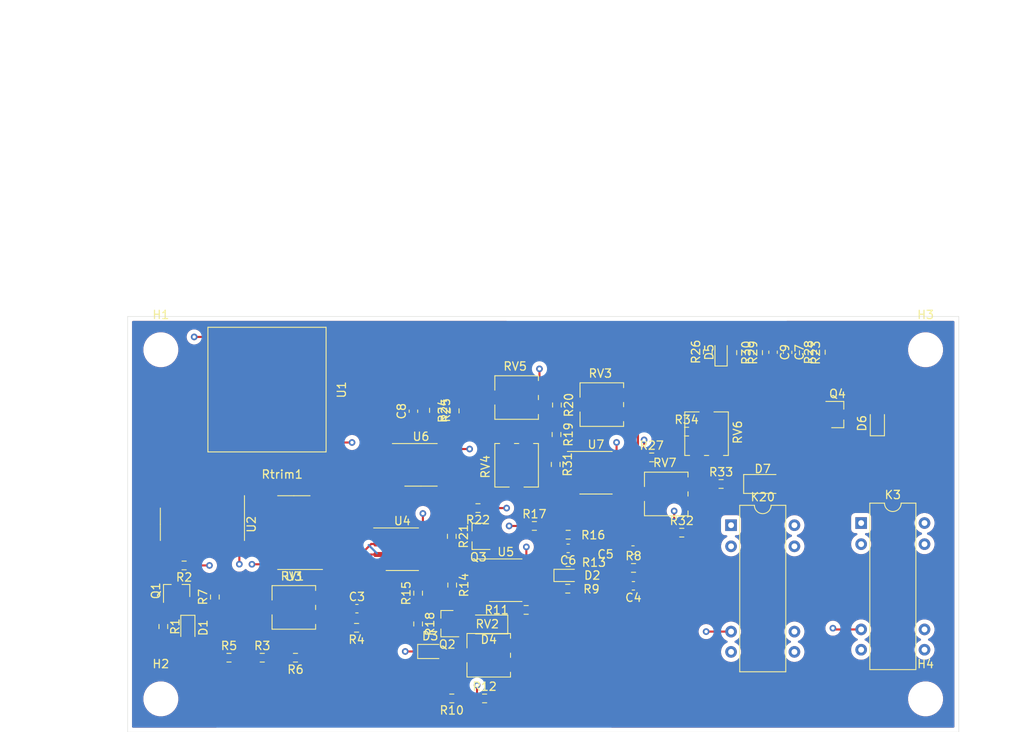
<source format=kicad_pcb>
(kicad_pcb (version 20171130) (host pcbnew "(5.1.10)-1")
  (layers (0 F._GND power) (1 F._12V power hide) (2 B._24V power hide) (31 B.Gnd power hide) (34 B.Paste user) (35 F.Paste user) (36 B.SilkS user) (37 F.SilkS user hide) (38 B.Mask user) (39 F.Mask user) (44 Edge.Cuts user))
  (net 0 "")
  (net 1 GND)
  (net 2 "Net-(C3-Pad2)")
  (net 3 "Net-(C4-Pad1)")
  (net 4 "Net-(C5-Pad1)")
  (net 5 "Net-(C6-Pad1)")
  (net 6 "Net-(C7-Pad1)")
  (net 7 "Net-(C8-Pad1)")
  (net 8 "Net-(C9-Pad1)")
  (net 9 "Net-(D1-Pad1)")
  (net 10 "Net-(D2-Pad1)")
  (net 11 "Net-(D3-Pad2)")
  (net 12 "Net-(D4-Pad2)")
  (net 13 "Net-(D5-Pad1)")
  (net 14 "Net-(D6-Pad2)")
  (net 15 "Net-(D7-Pad2)")
  (net 16 "Net-(K3-Pad14)")
  (net 17 "Net-(K3-Pad7)")
  (net 18 "Net-(K3-Pad1)")
  (net 19 "Net-(K20-Pad1)")
  (net 20 "Net-(K20-Pad7)")
  (net 21 "Net-(K20-Pad14)")
  (net 22 "Net-(Q1-Pad3)")
  (net 23 "Net-(Q2-Pad1)")
  (net 24 "Net-(Q3-Pad2)")
  (net 25 "Net-(Q3-Pad3)")
  (net 26 "Net-(J3-Pad1)")
  (net 27 "Net-(Q4-Pad1)")
  (net 28 "Net-(J2-Pad2)")
  (net 29 /Comparador_y_salida_relé_arranque/12V)
  (net 30 "Net-(R3-Pad1)")
  (net 31 "Net-(R3-Pad2)")
  (net 32 "Net-(R4-Pad2)")
  (net 33 /Conversor_f_a_V/15V)
  (net 34 /Comparador_y_salida_relé_arranque/A)
  (net 35 "Net-(R9-Pad1)")
  (net 36 "Net-(R10-Pad2)")
  (net 37 "Net-(R11-Pad1)")
  (net 38 "Net-(R12-Pad2)")
  (net 39 "Net-(R14-Pad1)")
  (net 40 "Net-(R15-Pad2)")
  (net 41 "Net-(R15-Pad1)")
  (net 42 "Net-(R16-Pad1)")
  (net 43 "Net-(R17-Pad2)")
  (net 44 "Net-(R19-Pad1)")
  (net 45 "Net-(R19-Pad2)")
  (net 46 "Net-(R20-Pad1)")
  (net 47 "Net-(R21-Pad2)")
  (net 48 "Net-(R25-Pad1)")
  (net 49 "Net-(R26-Pad2)")
  (net 50 "Net-(R27-Pad2)")
  (net 51 "Net-(R28-Pad1)")
  (net 52 "Net-(R30-Pad1)")
  (net 53 "Net-(R31-Pad1)")
  (net 54 "Net-(R31-Pad2)")
  (net 55 "Net-(R32-Pad2)")
  (net 56 "Net-(R33-Pad1)")
  (net 57 "Net-(Rtrim1-Pad2)")
  (net 58 "Net-(RV4-Pad1)")
  (net 59 "Net-(U1-Pad5)")
  (net 60 "Net-(J1-Pad1)")
  (net 61 "Net-(U2-Pad1)")
  (net 62 "Net-(U2-Pad2)")
  (net 63 "Net-(U2-Pad3)")
  (net 64 "Net-(U2-Pad4)")
  (net 65 "Net-(U2-Pad5)")
  (net 66 "Net-(U2-Pad6)")
  (net 67 "Net-(U2-Pad7)")
  (net 68 "Net-(U2-Pad9)")
  (net 69 "Net-(U2-Pad12)")
  (net 70 "Net-(U2-Pad13)")
  (net 71 "Net-(U2-Pad14)")
  (net 72 "Net-(U2-Pad15)")
  (net 73 "Net-(U3-Pad2)")
  (net 74 A)
  (net 75 +12V)
  (net 76 +24V)
  (module Package_SO:SOIC-8-1EP_3.9x4.9mm_P1.27mm_EP2.29x3mm (layer F._GND) (at 89.185001 90.655001)
    (fp_text reference U5 (at 0 -3.4) (layer F.SilkS))
    (fp_text value TL082)
    (pad 9 smd rect (at 0 0) (size 2.29 3) (layers F._GND F.Mask))
    (pad 8 smd roundrect (at 2.475 -1.905) (size 1.95 0.6) (layers F._GND F.Paste F.Mask) (net 75 +12V))
    (pad 7 smd roundrect (at 2.475 -0.635) (size 1.95 0.6) (layers F._GND F.Paste F.Mask) (net 10 "Net-(D2-Pad1)"))
    (pad 6 smd roundrect (at 2.475 0.635) (size 1.95 0.6) (layers F._GND F.Paste F.Mask) (net 35 "Net-(R9-Pad1)"))
    (pad 5 smd roundrect (at 2.475 1.905) (size 1.95 0.6) (layers F._GND F.Paste F.Mask) (net 36 "Net-(R10-Pad2)"))
    (pad 4 smd roundrect (at -2.475 1.905) (size 1.95 0.6) (layers F._GND F.Paste F.Mask) (net 1 GND))
    (pad 3 smd roundrect (at -2.475 0.635) (size 1.95 0.6) (layers F._GND F.Paste F.Mask) (net 40 "Net-(R15-Pad2)"))
    (pad 2 smd roundrect (at -2.475 -0.635) (size 1.95 0.6) (layers F._GND F.Paste F.Mask) (net 39 "Net-(R14-Pad1)"))
    (pad 1 smd roundrect (at -2.475 -1.905) (size 1.95 0.6) (layers F._GND F.Paste F.Mask) (net 41 "Net-(R15-Pad1)"))
  )
  (module Converter_DCDC:MTC1S2412MC-R13 (layer F._GND) (at 65.688 63.928 270)
    (fp_text reference U1 (at 3.82 -3.75 90) (layer F.SilkS))
    (fp_text value MTC1S2412MC-R13)
    (pad 5 smd rect (at -2.79 -0.76 270) (size 1.37 1.91) (layers F._GND F.Paste F.Mask) (net 59 "Net-(U1-Pad5)"))
    (pad 6 smd rect (at -2.79 1.52 270) (size 1.37 1.91) (layers F._GND F.Paste F.Mask) (net 60 "Net-(J1-Pad1)"))
    (pad 4 smd rect (at 10.16 -1.02 180) (size 1.37 1.91) (layers F._GND F.Paste F.Mask) (net 75 +12V))
    (pad 3 smd rect (at 10.16 3.81 270) (size 1.37 1.91) (layers F._GND F.Paste F.Mask) (net 57 "Net-(Rtrim1-Pad2)"))
    (pad 1 smd rect (at -2.54 11.43 180) (size 1.37 1.91) (layers F._GND F.Paste F.Mask) (net 76 +24V))
    (pad 2 smd rect (at 10.12 11.43 180) (size 1.37 1.91) (layers F._GND F.Paste F.Mask) (net 1 GND))
  )
  (module Capacitor_SMD:C_0603_1608Metric_Pad1.08x0.95mm_HandSolder (layer F._GND) (at 71.2755 94.078)
    (fp_text reference C3 (at 0 -1.43) (layer F.SilkS))
    (fp_text value 0.022uF)
    (pad 1 smd roundrect (at -0.8625 0) (size 1.075 0.95) (layers F._GND F.Paste F.Mask) (net 1 GND))
    (pad 2 smd roundrect (at 0.8625 0) (size 1.075 0.95) (layers F._GND F.Paste F.Mask) (net 2 "Net-(C3-Pad2)"))
  )
  (module Capacitor_SMD:C_0603_1608Metric_Pad1.08x0.95mm_HandSolder (layer F._GND) (at 104.538 91.328 180)
    (fp_text reference C4 (at 0 -1.43) (layer F.SilkS))
    (fp_text value 1uF)
    (pad 1 smd roundrect (at -0.8625 0 180) (size 1.075 0.95) (layers F._GND F.Paste F.Mask) (net 3 "Net-(C4-Pad1)"))
    (pad 2 smd roundrect (at 0.8625 0 180) (size 1.075 0.95) (layers F._GND F.Paste F.Mask) (net 1 GND))
  )
  (module Capacitor_SMD:C_0603_1608Metric_Pad1.08x0.95mm_HandSolder (layer F._GND) (at 104.488 87.028 180)
    (fp_text reference C5 (at 3.3 -0.5) (layer F.SilkS))
    (fp_text value 1uF)
    (pad 2 smd roundrect (at 0.8625 0 180) (size 1.075 0.95) (layers F._GND F.Paste F.Mask) (net 1 GND))
    (pad 1 smd roundrect (at -0.8625 0 180) (size 1.075 0.95) (layers F._GND F.Paste F.Mask) (net 4 "Net-(C5-Pad1)"))
  )
  (module Capacitor_SMD:C_0603_1608Metric_Pad1.08x0.95mm_HandSolder (layer F._GND) (at 96.688 86.828 180)
    (fp_text reference C6 (at 0 -1.43) (layer F.SilkS))
    (fp_text value 2.2uF)
    (pad 1 smd roundrect (at -0.8625 0 180) (size 1.075 0.95) (layers F._GND F.Paste F.Mask) (net 5 "Net-(C6-Pad1)"))
    (pad 2 smd roundrect (at 0.8625 0 180) (size 1.075 0.95) (layers F._GND F.Paste F.Mask) (net 1 GND))
  )
  (module Capacitor_SMD:C_0603_1608Metric_Pad1.08x0.95mm_HandSolder (layer F._GND) (at 123.088 63.2405 270)
    (fp_text reference C7 (at 0 -1.43 90) (layer F.SilkS))
    (fp_text value 1uF)
    (pad 2 smd roundrect (at 0.8625 0 270) (size 1.075 0.95) (layers F._GND F.Paste F.Mask) (net 1 GND))
    (pad 1 smd roundrect (at -0.8625 0 270) (size 1.075 0.95) (layers F._GND F.Paste F.Mask) (net 6 "Net-(C7-Pad1)"))
  )
  (module Capacitor_SMD:C_0603_1608Metric_Pad1.08x0.95mm_HandSolder (layer F._GND) (at 78.075001 70.320999 90)
    (fp_text reference C8 (at 0 -1.43 90) (layer F.SilkS))
    (fp_text value 1uF)
    (pad 1 smd roundrect (at -0.8625 0 90) (size 1.075 0.95) (layers F._GND F.Paste F.Mask) (net 7 "Net-(C8-Pad1)"))
    (pad 2 smd roundrect (at 0.8625 0 90) (size 1.075 0.95) (layers F._GND F.Paste F.Mask) (net 1 GND))
  )
  (module Capacitor_SMD:C_0603_1608Metric_Pad1.08x0.95mm_HandSolder (layer F._GND) (at 121.338 63.228 270)
    (fp_text reference C9 (at 0 -1.43 90) (layer F.SilkS))
    (fp_text value 2.2uF)
    (pad 2 smd roundrect (at 0.8625 0 270) (size 1.075 0.95) (layers F._GND F.Paste F.Mask) (net 1 GND))
    (pad 1 smd roundrect (at -0.8625 0 270) (size 1.075 0.95) (layers F._GND F.Paste F.Mask) (net 8 "Net-(C9-Pad1)"))
  )
  (module Diode_SMD:D_0603_1608Metric_Pad1.05x0.95mm_HandSolder (layer F._GND) (at 96.638 90.078)
    (fp_text reference D2 (at 2.95 0) (layer F.SilkS))
    (fp_text value FD300)
    (pad 2 smd roundrect (at 0.875 0) (size 1.05 0.95) (layers F._GND F.Paste F.Mask) (net 5 "Net-(C6-Pad1)"))
    (pad 1 smd roundrect (at -0.875 0) (size 1.05 0.95) (layers F._GND F.Paste F.Mask) (net 10 "Net-(D2-Pad1)"))
  )
  (module Diode_SMD:D_0603_1608Metric_Pad1.05x0.95mm_HandSolder (layer F._GND) (at 115.085001 63.225999 90)
    (fp_text reference D5 (at 0 -1.43 90) (layer F.SilkS))
    (fp_text value FD300)
    (pad 2 smd roundrect (at 0.875 0 90) (size 1.05 0.95) (layers F._GND F.Paste F.Mask) (net 8 "Net-(C9-Pad1)"))
    (pad 1 smd roundrect (at -0.875 0 90) (size 1.05 0.95) (layers F._GND F.Paste F.Mask) (net 13 "Net-(D5-Pad1)"))
  )
  (module Relay_THT:Relay_StandexMeder_DIP_LowProfile (layer F._GND) (at 131.938 83.778)
    (fp_text reference K3 (at 3.81 -3.39) (layer F.SilkS))
    (fp_text value DIPxx-1Cxx-51x)
    (pad 14 thru_hole circle (at 7.62 0) (size 1.4 1.4) (drill 0.7) (layers *.Cu *.Mask) (net 16 "Net-(K3-Pad14)"))
    (pad 7 thru_hole circle (at 0 15.24) (size 1.4 1.4) (drill 0.7) (layers *.Cu *.Mask) (net 17 "Net-(K3-Pad7)"))
    (pad 8 thru_hole circle (at 7.62 15.24) (size 1.4 1.4) (drill 0.7) (layers *.Cu *.Mask) (net 17 "Net-(K3-Pad7)"))
    (pad 1 thru_hole rect (at 0 0) (size 1.4 1.4) (drill 0.7) (layers *.Cu *.Mask) (net 18 "Net-(K3-Pad1)"))
    (pad 2 thru_hole circle (at 0 2.54) (size 1.4 1.4) (drill 0.7) (layers *.Cu *.Mask) (net 14 "Net-(D6-Pad2)"))
    (pad 6 thru_hole circle (at 0 12.8) (size 1.4 1.4) (drill 0.7) (layers *.Cu *.Mask) (net 76 +24V))
    (pad 9 thru_hole circle (at 7.62 12.8) (size 1.4 1.4) (drill 0.7) (layers *.Cu *.Mask))
    (pad 13 thru_hole circle (at 7.62 2.54) (size 1.4 1.4) (drill 0.7) (layers *.Cu *.Mask))
  )
  (module Relay_THT:Relay_StandexMeder_DIP_LowProfile (layer F._GND) (at 116.288 84.038)
    (fp_text reference K20 (at 3.81 -3.39) (layer F.SilkS))
    (fp_text value DIPxx-1Cxx-51x)
    (pad 13 thru_hole circle (at 7.62 2.54) (size 1.4 1.4) (drill 0.7) (layers *.Cu *.Mask))
    (pad 9 thru_hole circle (at 7.62 12.8) (size 1.4 1.4) (drill 0.7) (layers *.Cu *.Mask))
    (pad 6 thru_hole circle (at 0 12.8) (size 1.4 1.4) (drill 0.7) (layers *.Cu *.Mask) (net 76 +24V))
    (pad 2 thru_hole circle (at 0 2.54) (size 1.4 1.4) (drill 0.7) (layers *.Cu *.Mask) (net 11 "Net-(D3-Pad2)"))
    (pad 1 thru_hole rect (at 0 0) (size 1.4 1.4) (drill 0.7) (layers *.Cu *.Mask) (net 19 "Net-(K20-Pad1)"))
    (pad 8 thru_hole circle (at 7.62 15.24) (size 1.4 1.4) (drill 0.7) (layers *.Cu *.Mask) (net 20 "Net-(K20-Pad7)"))
    (pad 7 thru_hole circle (at 0 15.24) (size 1.4 1.4) (drill 0.7) (layers *.Cu *.Mask) (net 20 "Net-(K20-Pad7)"))
    (pad 14 thru_hole circle (at 7.62 0) (size 1.4 1.4) (drill 0.7) (layers *.Cu *.Mask) (net 21 "Net-(K20-Pad14)"))
  )
  (module Package_TO_SOT_SMD:SOT-23 (layer F._GND) (at 49.588 91.928 90)
    (fp_text reference Q1 (at 0 -2.5 90) (layer F.SilkS))
    (fp_text value BC848)
    (pad 1 smd rect (at -1 -0.95 90) (size 0.9 0.8) (layers F._GND F.Paste F.Mask) (net 9 "Net-(D1-Pad1)"))
    (pad 2 smd rect (at -1 0.95 90) (size 0.9 0.8) (layers F._GND F.Paste F.Mask) (net 1 GND))
    (pad 3 smd rect (at 1 0 90) (size 0.9 0.8) (layers F._GND F.Paste F.Mask) (net 22 "Net-(Q1-Pad3)"))
  )
  (module Package_TO_SOT_SMD:SOT-23 (layer F._GND) (at 82.138 95.878 180)
    (fp_text reference Q2 (at 0 -2.5) (layer F.SilkS))
    (fp_text value BC848)
    (pad 3 smd rect (at 1 0 180) (size 0.9 0.8) (layers F._GND F.Paste F.Mask) (net 11 "Net-(D3-Pad2)"))
    (pad 2 smd rect (at -1 0.95 180) (size 0.9 0.8) (layers F._GND F.Paste F.Mask) (net 12 "Net-(D4-Pad2)"))
    (pad 1 smd rect (at -1 -0.95 180) (size 0.9 0.8) (layers F._GND F.Paste F.Mask) (net 23 "Net-(Q2-Pad1)"))
  )
  (module Package_TO_SOT_SMD:SOT-23 (layer F._GND) (at 129.088 70.728)
    (fp_text reference Q4 (at 0 -2.5) (layer F.SilkS))
    (fp_text value BC848)
    (pad 1 smd rect (at -1 -0.95) (size 0.9 0.8) (layers F._GND F.Paste F.Mask) (net 27 "Net-(Q4-Pad1)"))
    (pad 2 smd rect (at -1 0.95) (size 0.9 0.8) (layers F._GND F.Paste F.Mask) (net 15 "Net-(D7-Pad2)"))
    (pad 3 smd rect (at 1 0) (size 0.9 0.8) (layers F._GND F.Paste F.Mask) (net 14 "Net-(D6-Pad2)"))
  )
  (module Resistor_SMD:R_0603_1608Metric_Pad0.98x0.95mm_HandSolder (layer F._GND) (at 47.988 96.228 270)
    (fp_text reference R1 (at 0 -1.43 90) (layer F.SilkS))
    (fp_text value 10K)
    (pad 2 smd roundrect (at 0.9125 0 270) (size 0.975 0.95) (layers F._GND F.Paste F.Mask) (net 28 "Net-(J2-Pad2)"))
    (pad 1 smd roundrect (at -0.9125 0 270) (size 0.975 0.95) (layers F._GND F.Paste F.Mask) (net 9 "Net-(D1-Pad1)"))
  )
  (module Resistor_SMD:R_0603_1608Metric_Pad0.98x0.95mm_HandSolder (layer F._GND) (at 50.488 88.878 180)
    (fp_text reference R2 (at 0 -1.43) (layer F.SilkS))
    (fp_text value 100K)
    (pad 2 smd roundrect (at 0.9125 0 180) (size 0.975 0.95) (layers F._GND F.Paste F.Mask) (net 22 "Net-(Q1-Pad3)"))
    (pad 1 smd roundrect (at -0.9125 0 180) (size 0.975 0.95) (layers F._GND F.Paste F.Mask) (net 75 +12V))
  )
  (module Resistor_SMD:R_0603_1608Metric_Pad0.98x0.95mm_HandSolder (layer F._GND) (at 59.888 99.978)
    (fp_text reference R3 (at 0 -1.43) (layer F.SilkS))
    (fp_text value 100K)
    (pad 1 smd roundrect (at -0.9125 0) (size 0.975 0.95) (layers F._GND F.Paste F.Mask) (net 30 "Net-(R3-Pad1)"))
    (pad 2 smd roundrect (at 0.9125 0) (size 0.975 0.95) (layers F._GND F.Paste F.Mask) (net 31 "Net-(R3-Pad2)"))
  )
  (module Resistor_SMD:R_0603_1608Metric_Pad0.98x0.95mm_HandSolder (layer F._GND) (at 71.238 96.378 180)
    (fp_text reference R4 (at 0 -1.43) (layer F.SilkS))
    (fp_text value 100K)
    (pad 2 smd roundrect (at 0.9125 0 180) (size 0.975 0.95) (layers F._GND F.Paste F.Mask) (net 32 "Net-(R4-Pad2)"))
    (pad 1 smd roundrect (at -0.9125 0 180) (size 0.975 0.95) (layers F._GND F.Paste F.Mask) (net 2 "Net-(C3-Pad2)"))
  )
  (module Resistor_SMD:R_0603_1608Metric_Pad0.98x0.95mm_HandSolder (layer F._GND) (at 55.888 99.978)
    (fp_text reference R5 (at 0 -1.43) (layer F.SilkS))
    (fp_text value 100K)
    (pad 2 smd roundrect (at 0.9125 0) (size 0.975 0.95) (layers F._GND F.Paste F.Mask) (net 30 "Net-(R3-Pad1)"))
    (pad 1 smd roundrect (at -0.9125 0) (size 0.975 0.95) (layers F._GND F.Paste F.Mask) (net 1 GND))
  )
  (module Resistor_SMD:R_0603_1608Metric_Pad0.98x0.95mm_HandSolder (layer F._GND) (at 63.888 99.978 180)
    (fp_text reference R6 (at 0 -1.43) (layer F.SilkS))
    (fp_text value 100K)
    (pad 1 smd roundrect (at -0.9125 0 180) (size 0.975 0.95) (layers F._GND F.Paste F.Mask) (net 30 "Net-(R3-Pad1)"))
    (pad 2 smd roundrect (at 0.9125 0 180) (size 0.975 0.95) (layers F._GND F.Paste F.Mask) (net 33 /Conversor_f_a_V/15V))
  )
  (module Resistor_SMD:R_0603_1608Metric_Pad0.98x0.95mm_HandSolder (layer F._GND) (at 54.188 92.678 90)
    (fp_text reference R7 (at 0 -1.43 90) (layer F.SilkS))
    (fp_text value 100K)
    (pad 2 smd roundrect (at 0.9125 0 90) (size 0.975 0.95) (layers F._GND F.Paste F.Mask) (net 34 /Comparador_y_salida_relé_arranque/A))
    (pad 1 smd roundrect (at -0.9125 0 90) (size 0.975 0.95) (layers F._GND F.Paste F.Mask) (net 3 "Net-(C4-Pad1)"))
  )
  (module Resistor_SMD:R_0603_1608Metric_Pad0.98x0.95mm_HandSolder (layer F._GND) (at 104.5505 89.178)
    (fp_text reference R8 (at 0 -1.43) (layer F.SilkS))
    (fp_text value 100K)
    (pad 2 smd roundrect (at 0.9125 0) (size 0.975 0.95) (layers F._GND F.Paste F.Mask) (net 3 "Net-(C4-Pad1)"))
    (pad 1 smd roundrect (at -0.9125 0) (size 0.975 0.95) (layers F._GND F.Paste F.Mask) (net 4 "Net-(C5-Pad1)"))
  )
  (module Resistor_SMD:R_0603_1608Metric_Pad0.98x0.95mm_HandSolder (layer F._GND) (at 96.638 91.678)
    (fp_text reference R9 (at 2.85 0.05) (layer F.SilkS))
    (fp_text value 10K)
    (pad 2 smd roundrect (at 0.9125 0) (size 0.975 0.95) (layers F._GND F.Paste F.Mask) (net 4 "Net-(C5-Pad1)"))
    (pad 1 smd roundrect (at -0.9125 0) (size 0.975 0.95) (layers F._GND F.Paste F.Mask) (net 35 "Net-(R9-Pad1)"))
  )
  (module Resistor_SMD:R_0603_1608Metric_Pad0.98x0.95mm_HandSolder (layer F._GND) (at 82.688 104.878 180)
    (fp_text reference R10 (at 0 -1.43) (layer F.SilkS))
    (fp_text value 10M)
    (pad 2 smd roundrect (at 0.9125 0 180) (size 0.975 0.95) (layers F._GND F.Paste F.Mask) (net 36 "Net-(R10-Pad2)"))
    (pad 1 smd roundrect (at -0.9125 0 180) (size 0.975 0.95) (layers F._GND F.Paste F.Mask) (net 10 "Net-(D2-Pad1)"))
  )
  (module Resistor_SMD:R_0603_1608Metric_Pad0.98x0.95mm_HandSolder (layer F._GND) (at 91.638 94.228 180)
    (fp_text reference R11 (at 3.55 0) (layer F.SilkS))
    (fp_text value 47K)
    (pad 2 smd roundrect (at 0.9125 0 180) (size 0.975 0.95) (layers F._GND F.Paste F.Mask) (net 1 GND))
    (pad 1 smd roundrect (at -0.9125 0 180) (size 0.975 0.95) (layers F._GND F.Paste F.Mask) (net 37 "Net-(R11-Pad1)"))
  )
  (module Resistor_SMD:R_0603_1608Metric_Pad0.98x0.95mm_HandSolder (layer F._GND) (at 86.638 104.878)
    (fp_text reference R12 (at 0 -1.43) (layer F.SilkS))
    (fp_text value 68K)
    (pad 1 smd roundrect (at -0.9125 0) (size 0.975 0.95) (layers F._GND F.Paste F.Mask) (net 75 +12V))
    (pad 2 smd roundrect (at 0.9125 0) (size 0.975 0.95) (layers F._GND F.Paste F.Mask) (net 38 "Net-(R12-Pad2)"))
  )
  (module Resistor_SMD:R_0603_1608Metric_Pad0.98x0.95mm_HandSolder (layer F._GND) (at 96.688 88.478 180)
    (fp_text reference R13 (at -3.1 -0.05) (layer F.SilkS))
    (fp_text value 2.2M)
    (pad 2 smd roundrect (at 0.9125 0 180) (size 0.975 0.95) (layers F._GND F.Paste F.Mask) (net 10 "Net-(D2-Pad1)"))
    (pad 1 smd roundrect (at -0.9125 0 180) (size 0.975 0.95) (layers F._GND F.Paste F.Mask) (net 5 "Net-(C6-Pad1)"))
  )
  (module Resistor_SMD:R_0603_1608Metric_Pad0.98x0.95mm_HandSolder (layer F._GND) (at 82.738 91.2405 270)
    (fp_text reference R14 (at 0 -1.43 90) (layer F.SilkS))
    (fp_text value 10K)
    (pad 1 smd roundrect (at -0.9125 0 270) (size 0.975 0.95) (layers F._GND F.Paste F.Mask) (net 39 "Net-(R14-Pad1)"))
    (pad 2 smd roundrect (at 0.9125 0 270) (size 0.975 0.95) (layers F._GND F.Paste F.Mask) (net 5 "Net-(C6-Pad1)"))
  )
  (module Resistor_SMD:R_0603_1608Metric_Pad0.98x0.95mm_HandSolder (layer F._GND) (at 78.638 92.2155 90)
    (fp_text reference R15 (at 0 -1.43 90) (layer F.SilkS))
    (fp_text value 10M)
    (pad 2 smd roundrect (at 0.9125 0 90) (size 0.975 0.95) (layers F._GND F.Paste F.Mask) (net 40 "Net-(R15-Pad2)"))
    (pad 1 smd roundrect (at -0.9125 0 90) (size 0.975 0.95) (layers F._GND F.Paste F.Mask) (net 41 "Net-(R15-Pad1)"))
  )
  (module Resistor_SMD:R_0603_1608Metric_Pad0.98x0.95mm_HandSolder (layer F._GND) (at 96.688 85.178 180)
    (fp_text reference R16 (at -3.0125 -0.05) (layer F.SilkS))
    (fp_text value R)
    (pad 2 smd roundrect (at 0.9125 0 180) (size 0.975 0.95) (layers F._GND F.Paste F.Mask) (net 1 GND))
    (pad 1 smd roundrect (at -0.9125 0 180) (size 0.975 0.95) (layers F._GND F.Paste F.Mask) (net 42 "Net-(R16-Pad1)"))
  )
  (module Resistor_SMD:R_0603_1608Metric_Pad0.98x0.95mm_HandSolder (layer F._GND) (at 92.6255 84.128)
    (fp_text reference R17 (at 0 -1.43) (layer F.SilkS))
    (fp_text value R)
    (pad 1 smd roundrect (at -0.9125 0) (size 0.975 0.95) (layers F._GND F.Paste F.Mask) (net 75 +12V))
    (pad 2 smd roundrect (at 0.9125 0) (size 0.975 0.95) (layers F._GND F.Paste F.Mask) (net 43 "Net-(R17-Pad2)"))
  )
  (module Resistor_SMD:R_0603_1608Metric_Pad0.98x0.95mm_HandSolder (layer F._GND) (at 78.638 95.9155 270)
    (fp_text reference R18 (at 0 -1.43 90) (layer F.SilkS))
    (fp_text value 6.8K)
    (pad 2 smd roundrect (at 0.9125 0 270) (size 0.975 0.95) (layers F._GND F.Paste F.Mask) (net 23 "Net-(Q2-Pad1)"))
    (pad 1 smd roundrect (at -0.9125 0 270) (size 0.975 0.95) (layers F._GND F.Paste F.Mask) (net 41 "Net-(R15-Pad1)"))
  )
  (module Resistor_SMD:R_0603_1608Metric_Pad0.98x0.95mm_HandSolder (layer F._GND) (at 95.288 73.128 270)
    (fp_text reference R19 (at 0 -1.43 90) (layer F.SilkS))
    (fp_text value 10k)
    (pad 1 smd roundrect (at -0.9125 0 270) (size 0.975 0.95) (layers F._GND F.Paste F.Mask) (net 44 "Net-(R19-Pad1)"))
    (pad 2 smd roundrect (at 0.9125 0 270) (size 0.975 0.95) (layers F._GND F.Paste F.Mask) (net 45 "Net-(R19-Pad2)"))
  )
  (module Resistor_SMD:R_0603_1608Metric_Pad0.98x0.95mm_HandSolder (layer F._GND) (at 95.338 69.578 270)
    (fp_text reference R20 (at 0 -1.43 90) (layer F.SilkS))
    (fp_text value R)
    (pad 2 smd roundrect (at 0.9125 0 270) (size 0.975 0.95) (layers F._GND F.Paste F.Mask) (net 44 "Net-(R19-Pad1)"))
    (pad 1 smd roundrect (at -0.9125 0 270) (size 0.975 0.95) (layers F._GND F.Paste F.Mask) (net 46 "Net-(R20-Pad1)"))
  )
  (module Resistor_SMD:R_0603_1608Metric_Pad0.98x0.95mm_HandSolder (layer F._GND) (at 82.688 85.378 270)
    (fp_text reference R21 (at 0 -1.43 90) (layer F.SilkS))
    (fp_text value 1k)
    (pad 2 smd roundrect (at 0.9125 0 270) (size 0.975 0.95) (layers F._GND F.Paste F.Mask) (net 47 "Net-(R21-Pad2)"))
    (pad 1 smd roundrect (at -0.9125 0 270) (size 0.975 0.95) (layers F._GND F.Paste F.Mask) (net 24 "Net-(Q3-Pad2)"))
  )
  (module Resistor_SMD:R_0603_1608Metric_Pad0.98x0.95mm_HandSolder (layer F._GND) (at 85.838 81.978 180)
    (fp_text reference R22 (at 0 -1.43) (layer F.SilkS))
    (fp_text value 320)
    (pad 1 smd roundrect (at -0.9125 0 180) (size 0.975 0.95) (layers F._GND F.Paste F.Mask) (net 75 +12V))
    (pad 2 smd roundrect (at 0.9125 0 180) (size 0.975 0.95) (layers F._GND F.Paste F.Mask) (net 25 "Net-(Q3-Pad3)"))
  )
  (module Resistor_SMD:R_0603_1608Metric_Pad0.98x0.95mm_HandSolder (layer F._GND) (at 125.038 63.2905 270)
    (fp_text reference R23 (at 0 -1.43 90) (layer F.SilkS))
    (fp_text value 100K)
    (pad 1 smd roundrect (at -0.9125 0 270) (size 0.975 0.95) (layers F._GND F.Paste F.Mask) (net 6 "Net-(C7-Pad1)"))
    (pad 2 smd roundrect (at 0.9125 0 270) (size 0.975 0.95) (layers F._GND F.Paste F.Mask) (net 34 /Comparador_y_salida_relé_arranque/A))
  )
  (module Resistor_SMD:R_0603_1608Metric_Pad0.98x0.95mm_HandSolder (layer F._GND) (at 83.038 70.278 90)
    (fp_text reference R24 (at 0 -1.43 90) (layer F.SilkS))
    (fp_text value 100K)
    (pad 1 smd roundrect (at -0.9125 0 90) (size 0.975 0.95) (layers F._GND F.Paste F.Mask) (net 7 "Net-(C8-Pad1)"))
    (pad 2 smd roundrect (at 0.9125 0 90) (size 0.975 0.95) (layers F._GND F.Paste F.Mask) (net 6 "Net-(C7-Pad1)"))
  )
  (module Resistor_SMD:R_0603_1608Metric_Pad0.98x0.95mm_HandSolder (layer F._GND) (at 80.538 70.2155 270)
    (fp_text reference R25 (at 0 -1.43 90) (layer F.SilkS))
    (fp_text value 10K)
    (pad 1 smd roundrect (at -0.9125 0 270) (size 0.975 0.95) (layers F._GND F.Paste F.Mask) (net 48 "Net-(R25-Pad1)"))
    (pad 2 smd roundrect (at 0.9125 0 270) (size 0.975 0.95) (layers F._GND F.Paste F.Mask) (net 7 "Net-(C8-Pad1)"))
  )
  (module Resistor_SMD:R_0603_1608Metric_Pad0.98x0.95mm_HandSolder (layer F._GND) (at 113.488 63.178 90)
    (fp_text reference R26 (at 0 -1.43 90) (layer F.SilkS))
    (fp_text value 10M)
    (pad 1 smd roundrect (at -0.9125 0 90) (size 0.975 0.95) (layers F._GND F.Paste F.Mask) (net 13 "Net-(D5-Pad1)"))
    (pad 2 smd roundrect (at 0.9125 0 90) (size 0.975 0.95) (layers F._GND F.Paste F.Mask) (net 49 "Net-(R26-Pad2)"))
  )
  (module Resistor_SMD:R_0603_1608Metric_Pad0.98x0.95mm_HandSolder (layer F._GND) (at 106.738 75.878)
    (fp_text reference R27 (at 0 -1.43) (layer F.SilkS))
    (fp_text value 68K)
    (pad 1 smd roundrect (at -0.9125 0) (size 0.975 0.95) (layers F._GND F.Paste F.Mask) (net 75 +12V))
    (pad 2 smd roundrect (at 0.9125 0) (size 0.975 0.95) (layers F._GND F.Paste F.Mask) (net 50 "Net-(R27-Pad2)"))
  )
  (module Resistor_SMD:R_0603_1608Metric_Pad0.98x0.95mm_HandSolder (layer F._GND) (at 127.088 63.228 90)
    (fp_text reference R28 (at 0 -1.43 90) (layer F.SilkS))
    (fp_text value 47K)
    (pad 1 smd roundrect (at -0.9125 0 90) (size 0.975 0.95) (layers F._GND F.Paste F.Mask) (net 51 "Net-(R28-Pad1)"))
    (pad 2 smd roundrect (at 0.9125 0 90) (size 0.975 0.95) (layers F._GND F.Paste F.Mask) (net 1 GND))
  )
  (module Resistor_SMD:R_0603_1608Metric_Pad0.98x0.95mm_HandSolder (layer F._GND) (at 117.488 63.278 270)
    (fp_text reference R29 (at 0 -1.43 90) (layer F.SilkS))
    (fp_text value 2.2M)
    (pad 1 smd roundrect (at -0.9125 0 270) (size 0.975 0.95) (layers F._GND F.Paste F.Mask) (net 8 "Net-(C9-Pad1)"))
    (pad 2 smd roundrect (at 0.9125 0 270) (size 0.975 0.95) (layers F._GND F.Paste F.Mask) (net 13 "Net-(D5-Pad1)"))
  )
  (module Resistor_SMD:R_0603_1608Metric_Pad0.98x0.95mm_HandSolder (layer F._GND) (at 119.538 63.278 90)
    (fp_text reference R30 (at 0 -1.43 90) (layer F.SilkS))
    (fp_text value 10K)
    (pad 1 smd roundrect (at -0.9125 0 90) (size 0.975 0.95) (layers F._GND F.Paste F.Mask) (net 52 "Net-(R30-Pad1)"))
    (pad 2 smd roundrect (at 0.9125 0 90) (size 0.975 0.95) (layers F._GND F.Paste F.Mask) (net 8 "Net-(C9-Pad1)"))
  )
  (module Resistor_SMD:R_0603_1608Metric_Pad0.98x0.95mm_HandSolder (layer F._GND) (at 95.188 76.728 270)
    (fp_text reference R31 (at 0 -1.43 90) (layer F.SilkS))
    (fp_text value 10M)
    (pad 1 smd roundrect (at -0.9125 0 270) (size 0.975 0.95) (layers F._GND F.Paste F.Mask) (net 53 "Net-(R31-Pad1)"))
    (pad 2 smd roundrect (at 0.9125 0 270) (size 0.975 0.95) (layers F._GND F.Paste F.Mask) (net 54 "Net-(R31-Pad2)"))
  )
  (module Resistor_SMD:R_0603_1608Metric_Pad0.98x0.95mm_HandSolder (layer F._GND) (at 110.355001 84.935001)
    (fp_text reference R32 (at 0 -1.43) (layer F.SilkS))
    (fp_text value R)
    (pad 1 smd roundrect (at -0.9125 0) (size 0.975 0.95) (layers F._GND F.Paste F.Mask) (net 75 +12V))
    (pad 2 smd roundrect (at 0.9125 0) (size 0.975 0.95) (layers F._GND F.Paste F.Mask) (net 55 "Net-(R32-Pad2)"))
  )
  (module Resistor_SMD:R_0603_1608Metric_Pad0.98x0.95mm_HandSolder (layer F._GND) (at 115.088 79.078)
    (fp_text reference R33 (at 0 -1.43) (layer F.SilkS))
    (fp_text value R)
    (pad 2 smd roundrect (at 0.9125 0) (size 0.975 0.95) (layers F._GND F.Paste F.Mask) (net 1 GND))
    (pad 1 smd roundrect (at -0.9125 0) (size 0.975 0.95) (layers F._GND F.Paste F.Mask) (net 56 "Net-(R33-Pad1)"))
  )
  (module Resistor_SMD:R_0603_1608Metric_Pad0.98x0.95mm_HandSolder (layer F._GND) (at 110.938 72.778)
    (fp_text reference R34 (at 0 -1.43) (layer F.SilkS))
    (fp_text value 6.8K)
    (pad 1 smd roundrect (at -0.9125 0) (size 0.975 0.95) (layers F._GND F.Paste F.Mask) (net 53 "Net-(R31-Pad1)"))
    (pad 2 smd roundrect (at 0.9125 0) (size 0.975 0.95) (layers F._GND F.Paste F.Mask) (net 27 "Net-(Q4-Pad1)"))
  )
  (module Resistor_SMD:R_0201_0603Metric_Pad0.64x0.40mm_HandSolder (layer F._GND) (at 62.288 76.878 180)
    (fp_text reference Rtrim1 (at 0 -1.05) (layer F.SilkS))
    (fp_text value R)
    (pad 1 smd roundrect (at -0.4075 0 180) (size 0.635 0.4) (layers F._GND F.Mask) (net 1 GND))
    (pad 2 smd roundrect (at 0.4075 0 180) (size 0.635 0.4) (layers F._GND F.Mask) (net 57 "Net-(Rtrim1-Pad2)"))
  )
  (module Package_SO:SOIC-16_3.9x9.9mm_P1.27mm (layer F._GND) (at 52.688 83.928 270)
    (fp_text reference U2 (at 0 -5.9 90) (layer F.SilkS))
    (fp_text value 4040)
    (pad 1 smd roundrect (at -2.475 -4.445 270) (size 1.95 0.6) (layers F._GND F.Paste F.Mask) (net 61 "Net-(U2-Pad1)"))
    (pad 2 smd roundrect (at -2.475 -3.175 270) (size 1.95 0.6) (layers F._GND F.Paste F.Mask) (net 62 "Net-(U2-Pad2)"))
    (pad 3 smd roundrect (at -2.475 -1.905 270) (size 1.95 0.6) (layers F._GND F.Paste F.Mask) (net 63 "Net-(U2-Pad3)"))
    (pad 4 smd roundrect (at -2.475 -0.635 270) (size 1.95 0.6) (layers F._GND F.Paste F.Mask) (net 64 "Net-(U2-Pad4)"))
    (pad 5 smd roundrect (at -2.475 0.635 270) (size 1.95 0.6) (layers F._GND F.Paste F.Mask) (net 65 "Net-(U2-Pad5)"))
    (pad 6 smd roundrect (at -2.475 1.905 270) (size 1.95 0.6) (layers F._GND F.Paste F.Mask) (net 66 "Net-(U2-Pad6)"))
    (pad 7 smd roundrect (at -2.475 3.175 270) (size 1.95 0.6) (layers F._GND F.Paste F.Mask) (net 67 "Net-(U2-Pad7)"))
    (pad 8 smd roundrect (at -2.475 4.445 270) (size 1.95 0.6) (layers F._GND F.Paste F.Mask) (net 1 GND))
    (pad 9 smd roundrect (at 2.475 4.445 270) (size 1.95 0.6) (layers F._GND F.Paste F.Mask) (net 68 "Net-(U2-Pad9)"))
    (pad 10 smd roundrect (at 2.475 3.175 270) (size 1.95 0.6) (layers F._GND F.Paste F.Mask) (net 22 "Net-(Q1-Pad3)"))
    (pad 11 smd roundrect (at 2.475 1.905 270) (size 1.95 0.6) (layers F._GND F.Paste F.Mask) (net 1 GND))
    (pad 12 smd roundrect (at 2.475 0.635 270) (size 1.95 0.6) (layers F._GND F.Paste F.Mask) (net 69 "Net-(U2-Pad12)"))
    (pad 13 smd roundrect (at 2.475 -0.635 270) (size 1.95 0.6) (layers F._GND F.Paste F.Mask) (net 70 "Net-(U2-Pad13)"))
    (pad 14 smd roundrect (at 2.475 -1.905 270) (size 1.95 0.6) (layers F._GND F.Paste F.Mask) (net 71 "Net-(U2-Pad14)"))
    (pad 15 smd roundrect (at 2.475 -3.175 270) (size 1.95 0.6) (layers F._GND F.Paste F.Mask) (net 72 "Net-(U2-Pad15)"))
    (pad 16 smd roundrect (at 2.475 -4.445 270) (size 1.95 0.6) (layers F._GND F.Paste F.Mask) (net 75 +12V))
  )
  (module Package_SO:SOIC-14_3.9x8.7mm_P1.27mm (layer F._GND) (at 63.688 84.928 180)
    (fp_text reference U3 (at 0 -5.28) (layer F.SilkS))
    (fp_text value 4070)
    (pad 1 smd roundrect (at -2.475 -3.81 180) (size 1.95 0.6) (layers F._GND F.Paste F.Mask) (net 64 "Net-(U2-Pad4)"))
    (pad 2 smd roundrect (at -2.475 -2.54 180) (size 1.95 0.6) (layers F._GND F.Paste F.Mask) (net 73 "Net-(U3-Pad2)"))
    (pad 3 smd roundrect (at -2.475 -1.27 180) (size 1.95 0.6) (layers F._GND F.Paste F.Mask) (net 34 /Comparador_y_salida_relé_arranque/A))
    (pad 4 smd roundrect (at -2.475 0 180) (size 1.95 0.6) (layers F._GND F.Paste F.Mask) (net 34 /Comparador_y_salida_relé_arranque/A))
    (pad 5 smd roundrect (at -2.475 1.27 180) (size 1.95 0.6) (layers F._GND F.Paste F.Mask) (net 73 "Net-(U3-Pad2)"))
    (pad 6 smd roundrect (at -2.475 2.54 180) (size 1.95 0.6) (layers F._GND F.Paste F.Mask) (net 64 "Net-(U2-Pad4)"))
    (pad 7 smd roundrect (at -2.475 3.81 180) (size 1.95 0.6) (layers F._GND F.Paste F.Mask) (net 1 GND))
    (pad 8 smd roundrect (at 2.475 3.81 180) (size 1.95 0.6) (layers F._GND F.Paste F.Mask) (net 64 "Net-(U2-Pad4)"))
    (pad 9 smd roundrect (at 2.475 2.54 180) (size 1.95 0.6) (layers F._GND F.Paste F.Mask) (net 1 GND))
    (pad 10 smd roundrect (at 2.475 1.27 180) (size 1.95 0.6) (layers F._GND F.Paste F.Mask) (net 31 "Net-(R3-Pad2)"))
    (pad 11 smd roundrect (at 2.475 0 180) (size 1.95 0.6) (layers F._GND F.Paste F.Mask) (net 31 "Net-(R3-Pad2)"))
    (pad 12 smd roundrect (at 2.475 -1.27 180) (size 1.95 0.6) (layers F._GND F.Paste F.Mask) (net 1 GND))
    (pad 13 smd roundrect (at 2.475 -2.54 180) (size 1.95 0.6) (layers F._GND F.Paste F.Mask) (net 64 "Net-(U2-Pad4)"))
    (pad 14 smd roundrect (at 2.475 -3.81 180) (size 1.95 0.6) (layers F._GND F.Paste F.Mask) (net 75 +12V))
  )
  (module Package_SO:SOIC-8-1EP_3.9x4.9mm_P1.27mm_EP2.29x3mm (layer F._GND) (at 76.738 86.928)
    (fp_text reference U4 (at 0 -3.4) (layer F.SilkS))
    (fp_text value TL082)
    (pad 1 smd roundrect (at -2.475 -1.905) (size 1.95 0.6) (layers F._GND F.Paste F.Mask) (net 73 "Net-(U3-Pad2)"))
    (pad 2 smd roundrect (at -2.475 -0.635) (size 1.95 0.6) (layers F._GND F.Paste F.Mask) (net 30 "Net-(R3-Pad1)"))
    (pad 3 smd roundrect (at -2.475 0.635) (size 1.95 0.6) (layers F._GND F.Paste F.Mask) (net 2 "Net-(C3-Pad2)"))
    (pad 4 smd roundrect (at -2.475 1.905) (size 1.95 0.6) (layers F._GND F.Paste F.Mask) (net 1 GND))
    (pad 5 smd roundrect (at 2.475 1.905) (size 1.95 0.6) (layers F._GND F.Paste F.Mask) (net 44 "Net-(R19-Pad1)"))
    (pad 6 smd roundrect (at 2.475 0.635) (size 1.95 0.6) (layers F._GND F.Paste F.Mask) (net 26 "Net-(J3-Pad1)"))
    (pad 7 smd roundrect (at 2.475 -0.635) (size 1.95 0.6) (layers F._GND F.Paste F.Mask) (net 47 "Net-(R21-Pad2)"))
    (pad 8 smd roundrect (at 2.475 -1.905) (size 1.95 0.6) (layers F._GND F.Paste F.Mask) (net 75 +12V))
    (pad 9 smd rect (at 0 0) (size 2.29 3) (layers F._GND F.Mask))
  )
  (module Package_SO:SOIC-8-1EP_3.9x4.9mm_P1.27mm_EP2.29x3mm (layer F._GND) (at 78.988 76.778)
    (fp_text reference U6 (at 0 -3.4) (layer F.SilkS))
    (fp_text value TL082)
    (pad 9 smd rect (at 0 0) (size 2.29 3) (layers F._GND F.Mask))
    (pad 8 smd roundrect (at 2.475 -1.905) (size 1.95 0.6) (layers F._GND F.Paste F.Mask) (net 75 +12V))
    (pad 7 smd roundrect (at 2.475 -0.635) (size 1.95 0.6) (layers F._GND F.Paste F.Mask) (net 13 "Net-(D5-Pad1)"))
    (pad 6 smd roundrect (at 2.475 0.635) (size 1.95 0.6) (layers F._GND F.Paste F.Mask) (net 48 "Net-(R25-Pad1)"))
    (pad 5 smd roundrect (at 2.475 1.905) (size 1.95 0.6) (layers F._GND F.Paste F.Mask) (net 49 "Net-(R26-Pad2)"))
    (pad 4 smd roundrect (at -2.475 1.905) (size 1.95 0.6) (layers F._GND F.Paste F.Mask) (net 1 GND))
    (pad 3 smd roundrect (at -2.475 0.635) (size 1.95 0.6) (layers F._GND F.Paste F.Mask) (net 74 A))
    (pad 2 smd roundrect (at -2.475 -0.635) (size 1.95 0.6) (layers F._GND F.Paste F.Mask) (net 58 "Net-(RV4-Pad1)"))
    (pad 1 smd roundrect (at -2.475 -1.905) (size 1.95 0.6) (layers F._GND F.Paste F.Mask) (net 58 "Net-(RV4-Pad1)"))
  )
  (module Package_SO:SOIC-8-1EP_3.9x4.9mm_P1.27mm_EP2.29x3mm (layer F._GND) (at 100.038 77.728)
    (fp_text reference U7 (at 0 -3.4) (layer F.SilkS))
    (fp_text value TL082)
    (pad 1 smd roundrect (at -2.475 -1.905) (size 1.95 0.6) (layers F._GND F.Paste F.Mask) (net 53 "Net-(R31-Pad1)"))
    (pad 2 smd roundrect (at -2.475 -0.635) (size 1.95 0.6) (layers F._GND F.Paste F.Mask) (net 52 "Net-(R30-Pad1)"))
    (pad 3 smd roundrect (at -2.475 0.635) (size 1.95 0.6) (layers F._GND F.Paste F.Mask) (net 54 "Net-(R31-Pad2)"))
    (pad 4 smd roundrect (at -2.475 1.905) (size 1.95 0.6) (layers F._GND F.Paste F.Mask) (net 1 GND))
    (pad 5 smd roundrect (at 2.475 1.905) (size 1.95 0.6) (layers F._GND F.Paste F.Mask))
    (pad 6 smd roundrect (at 2.475 0.635) (size 1.95 0.6) (layers F._GND F.Paste F.Mask))
    (pad 7 smd roundrect (at 2.475 -0.635) (size 1.95 0.6) (layers F._GND F.Paste F.Mask))
    (pad 8 smd roundrect (at 2.475 -1.905) (size 1.95 0.6) (layers F._GND F.Paste F.Mask) (net 75 +12V))
    (pad 9 smd rect (at 0 0) (size 2.29 3) (layers F._GND F.Mask))
  )
  (module MountingHole:MountingHole_3.2mm_M3 (layer F._GND) (at 47.688 62.928)
    (fp_text reference H1 (at 0 -4.2) (layer F.SilkS))
    (fp_text value MountingHole)
    (pad 1 np_thru_hole circle (at 0 0) (size 3.2 3.2) (drill 3.2) (layers *.Cu *.Mask))
  )
  (module MountingHole:MountingHole_3.2mm_M3 (layer F._GND) (at 47.688 104.928)
    (fp_text reference H2 (at 0 -4.2) (layer F.SilkS))
    (fp_text value MountingHole)
    (pad 1 np_thru_hole circle (at 0 0) (size 3.2 3.2) (drill 3.2) (layers *.Cu *.Mask))
  )
  (module MountingHole:MountingHole_3.2mm_M3 (layer F._GND) (at 139.688 62.928)
    (fp_text reference H3 (at 0 -4.2) (layer F.SilkS))
    (fp_text value MountingHole)
    (pad 1 np_thru_hole circle (at 0 0) (size 3.2 3.2) (drill 3.2) (layers *.Cu *.Mask))
  )
  (module MountingHole:MountingHole_3.2mm_M3 (layer F._GND) (at 139.688 104.928)
    (fp_text reference H4 (at 0 -4.2) (layer F.SilkS))
    (fp_text value MountingHole)
    (pad 1 np_thru_hole circle (at 0 0) (size 3.2 3.2) (drill 3.2) (layers *.Cu *.Mask))
  )
  (module Diode_SMD:D_SOD-323 (layer F._GND) (at 50.938 96.378 270)
    (fp_text reference D1 (at 0 -1.85 90) (layer F.SilkS))
    (fp_text value 1N4148)
    (pad 1 smd rect (at -1.05 0 270) (size 0.6 0.45) (layers F._GND F.Paste F.Mask) (net 9 "Net-(D1-Pad1)"))
    (pad 2 smd rect (at 1.05 0 270) (size 0.6 0.45) (layers F._GND F.Paste F.Mask) (net 1 GND))
  )
  (module Diode_SMD:D_SOD-323 (layer F._GND) (at 80.088 99.228)
    (fp_text reference D3 (at 0 -1.85) (layer F.SilkS))
    (fp_text value 1N4148)
    (pad 1 smd rect (at -1.05 0) (size 0.6 0.45) (layers F._GND F.Paste F.Mask) (net 76 +24V))
    (pad 2 smd rect (at 1.05 0) (size 0.6 0.45) (layers F._GND F.Paste F.Mask) (net 11 "Net-(D3-Pad2)"))
  )
  (module LED_SMD:LED_1206_3216Metric (layer F._GND) (at 87.138 95.978 180)
    (fp_text reference D4 (at 0 -1.82) (layer F.SilkS))
    (fp_text value LED)
    (pad 1 smd roundrect (at -1.4 0 180) (size 1.25 1.75) (layers F._GND F.Paste F.Mask) (roundrect_rratio 0.2) (net 1 GND))
    (pad 2 smd roundrect (at 1.4 0 180) (size 1.25 1.75) (layers F._GND F.Paste F.Mask) (roundrect_rratio 0.2) (net 12 "Net-(D4-Pad2)"))
  )
  (module Diode_SMD:D_SOD-323 (layer F._GND) (at 133.888 71.778 90)
    (fp_text reference D6 (at 0 -1.85 90) (layer F.SilkS))
    (fp_text value 1N4148)
    (pad 2 smd rect (at 1.05 0 90) (size 0.6 0.45) (layers F._GND F.Paste F.Mask) (net 14 "Net-(D6-Pad2)"))
    (pad 1 smd rect (at -1.05 0 90) (size 0.6 0.45) (layers F._GND F.Paste F.Mask) (net 76 +24V))
  )
  (module LED_SMD:LED_1206_3216Metric (layer F._GND) (at 120.088 79.078)
    (fp_text reference D7 (at 0 -1.82) (layer F.SilkS))
    (fp_text value LED)
    (pad 2 smd roundrect (at 1.4 0) (size 1.25 1.75) (layers F._GND F.Paste F.Mask) (roundrect_rratio 0.2) (net 15 "Net-(D7-Pad2)"))
    (pad 1 smd roundrect (at -1.4 0) (size 1.25 1.75) (layers F._GND F.Paste F.Mask) (roundrect_rratio 0.2) (net 1 GND))
  )
  (module Package_TO_SOT_SMD:SOT-23 (layer F._GND) (at 85.888 85.378 180)
    (fp_text reference Q3 (at 0 -2.5) (layer F.SilkS))
    (fp_text value PN2222A)
    (pad 1 smd rect (at -1 -0.95 180) (size 0.9 0.8) (layers F._GND F.Paste F.Mask) (net 26 "Net-(J3-Pad1)"))
    (pad 2 smd rect (at -1 0.95 180) (size 0.9 0.8) (layers F._GND F.Paste F.Mask) (net 24 "Net-(Q3-Pad2)"))
    (pad 3 smd rect (at 1 0 180) (size 0.9 0.8) (layers F._GND F.Paste F.Mask) (net 25 "Net-(Q3-Pad3)"))
  )
  (module Potentiometer_SMD:Potentiometer_Vishay_TS53YL_Vertical (layer F._GND) (at 63.688 93.928)
    (fp_text reference RV1 (at -0.175 -3.75) (layer F.SilkS))
    (fp_text value 20K)
    (pad 3 smd rect (at 2.75 1.15) (size 1.3 1.3) (layers F._GND F.Paste F.Mask) (net 31 "Net-(R3-Pad2)"))
    (pad 2 smd rect (at -2.75 0) (size 2 1.3) (layers F._GND F.Paste F.Mask) (net 31 "Net-(R3-Pad2)"))
    (pad 1 smd rect (at 2.75 -1.15) (size 1.3 1.3) (layers F._GND F.Paste F.Mask) (net 32 "Net-(R4-Pad2)"))
  )
  (module Potentiometer_SMD:Potentiometer_Vishay_TS53YL_Vertical (layer F._GND) (at 87.135001 99.685001)
    (fp_text reference RV2 (at -0.175 -3.75) (layer F.SilkS))
    (fp_text value 10K)
    (pad 1 smd rect (at 2.75 -1.15) (size 1.3 1.3) (layers F._GND F.Paste F.Mask) (net 37 "Net-(R11-Pad1)"))
    (pad 2 smd rect (at -2.75 0) (size 2 1.3) (layers F._GND F.Paste F.Mask) (net 36 "Net-(R10-Pad2)"))
    (pad 3 smd rect (at 2.75 1.15) (size 1.3 1.3) (layers F._GND F.Paste F.Mask) (net 38 "Net-(R12-Pad2)"))
  )
  (module Potentiometer_SMD:Potentiometer_Vishay_TS53YL_Vertical (layer F._GND) (at 100.738 69.528)
    (fp_text reference RV3 (at -0.175 -3.75) (layer F.SilkS))
    (fp_text value R_POT)
    (pad 1 smd rect (at 2.75 -1.15) (size 1.3 1.3) (layers F._GND F.Paste F.Mask) (net 42 "Net-(R16-Pad1)"))
    (pad 2 smd rect (at -2.75 0) (size 2 1.3) (layers F._GND F.Paste F.Mask) (net 40 "Net-(R15-Pad2)"))
    (pad 3 smd rect (at 2.75 1.15) (size 1.3 1.3) (layers F._GND F.Paste F.Mask) (net 43 "Net-(R17-Pad2)"))
  )
  (module Potentiometer_SMD:Potentiometer_Vishay_TS53YL_Vertical (layer F._GND) (at 90.488 76.828 90)
    (fp_text reference RV4 (at -0.175 -3.75 90) (layer F.SilkS))
    (fp_text value 10k)
    (pad 1 smd rect (at 2.75 -1.15 90) (size 1.3 1.3) (layers F._GND F.Paste F.Mask) (net 58 "Net-(RV4-Pad1)"))
    (pad 2 smd rect (at -2.75 0 90) (size 2 1.3) (layers F._GND F.Paste F.Mask) (net 45 "Net-(R19-Pad2)"))
    (pad 3 smd rect (at 2.75 1.15 90) (size 1.3 1.3) (layers F._GND F.Paste F.Mask) (net 1 GND))
  )
  (module Potentiometer_SMD:Potentiometer_Vishay_TS53YL_Vertical (layer F._GND) (at 90.488 68.678)
    (fp_text reference RV5 (at -0.175 -3.75) (layer F.SilkS))
    (fp_text value 10k)
    (pad 3 smd rect (at 2.75 1.15) (size 1.3 1.3) (layers F._GND F.Paste F.Mask) (net 1 GND))
    (pad 2 smd rect (at -2.75 0) (size 2 1.3) (layers F._GND F.Paste F.Mask) (net 46 "Net-(R20-Pad1)"))
    (pad 1 smd rect (at 2.75 -1.15) (size 1.3 1.3) (layers F._GND F.Paste F.Mask) (net 75 +12V))
  )
  (module Potentiometer_SMD:Potentiometer_Vishay_TS53YL_Vertical (layer F._GND) (at 113.338 73.028 270)
    (fp_text reference RV6 (at -0.175 -3.75 90) (layer F.SilkS))
    (fp_text value 10K)
    (pad 1 smd rect (at 2.75 -1.15 270) (size 1.3 1.3) (layers F._GND F.Paste F.Mask) (net 51 "Net-(R28-Pad1)"))
    (pad 2 smd rect (at -2.75 0 270) (size 2 1.3) (layers F._GND F.Paste F.Mask) (net 49 "Net-(R26-Pad2)"))
    (pad 3 smd rect (at 2.75 1.15 270) (size 1.3 1.3) (layers F._GND F.Paste F.Mask) (net 50 "Net-(R27-Pad2)"))
  )
  (module Potentiometer_SMD:Potentiometer_Vishay_TS53YL_Vertical (layer F._GND) (at 108.488 80.278)
    (fp_text reference RV7 (at -0.175 -3.75) (layer F.SilkS))
    (fp_text value R_POT)
    (pad 3 smd rect (at 2.75 1.15) (size 1.3 1.3) (layers F._GND F.Paste F.Mask) (net 55 "Net-(R32-Pad2)"))
    (pad 2 smd rect (at -2.75 0) (size 2 1.3) (layers F._GND F.Paste F.Mask) (net 54 "Net-(R31-Pad2)"))
    (pad 1 smd rect (at 2.75 -1.15) (size 1.3 1.3) (layers F._GND F.Paste F.Mask) (net 56 "Net-(R33-Pad1)"))
  )
  (gr_line (start 43.688 108.928) (end 43.688 58.928) (layer Edge.Cuts) (width 0.05))
  (gr_line (start 143.688 108.928) (end 43.688 108.928) (layer Edge.Cuts) (width 0.05))
  (gr_line (start 143.688 58.928) (end 143.688 108.928) (layer Edge.Cuts) (width 0.05))
  (gr_line (start 43.688 58.928) (end 143.688 58.928) (layer Edge.Cuts) (width 0.05))
  (segment (start 54.258 74.048) (end 54.258 74.748) (width 0.25) (layer F._GND) (net 1))
  (segment (start 54.258 75.748) (end 54.258 74.048) (width 0.25) (layer F._GND) (net 1))
  (segment (start 55.388 76.878) (end 54.258 75.748) (width 0.25) (layer F._GND) (net 1))
  (segment (start 48.243 75.773) (end 49.968 74.048) (width 0.25) (layer F._GND) (net 1))
  (segment (start 50.783 86.403) (end 50.783 85.073) (width 0.25) (layer F._GND) (net 1))
  (segment (start 48.243 82.533) (end 48.243 81.453) (width 0.25) (layer F._GND) (net 1))
  (segment (start 50.938 98.428) (end 50.938 97.428) (width 0.25) (layer F._GND) (net 1))
  (segment (start 52.438 99.928) (end 50.938 98.428) (width 0.25) (layer F._GND) (net 1))
  (segment (start 62.6955 76.878) (end 64.138 76.878) (width 0.25) (layer F._GND) (net 1))
  (segment (start 54.9755 97.6905) (end 54.988 97.678) (width 0.25) (layer F._GND) (net 1))
  (segment (start 95.7755 85.178) (end 95.7755 85.2655) (width 0.25) (layer F._GND) (net 1))
  (segment (start 116.0005 79.078) (end 118.688 79.078) (width 0.25) (layer F._GND) (net 1))
  (segment (start 127.088 62.878) (end 127.088 62.3155) (width 0.25) (layer F._GND) (net 1))
  (segment (start 123.82549 63.19051) (end 126.77549 63.19051) (width 0.25) (layer F._GND) (net 1))
  (segment (start 123.088 63.928) (end 123.82549 63.19051) (width 0.25) (layer F._GND) (net 1))
  (segment (start 126.77549 63.19051) (end 127.088 62.878) (width 0.25) (layer F._GND) (net 1))
  (segment (start 123.088 64.103) (end 123.088 63.928) (width 0.25) (layer F._GND) (net 1))
  (segment (start 90.7255 94.228) (end 88.988 94.228) (width 0.25) (layer F._GND) (net 1))
  (segment (start 88.538 94.678) (end 88.538 95.978) (width 0.25) (layer F._GND) (net 1))
  (segment (start 88.988 94.228) (end 88.538 94.678) (width 0.25) (layer F._GND) (net 1))
  (segment (start 72.138 96.3655) (end 72.1505 96.378) (width 0.25) (layer F._GND) (net 2))
  (segment (start 72.138 95.178) (end 69.288 95.178) (width 0.25) (layer F._GND) (net 2))
  (segment (start 72.138 94.078) (end 72.138 95.128) (width 0.25) (layer F._GND) (net 2))
  (segment (start 72.138 95.128) (end 72.138 96.3655) (width 0.25) (layer F._GND) (net 2))
  (segment (start 69.138 94.978) (end 69.138 92.328) (width 0.25) (layer F._GND) (net 2))
  (segment (start 69.138 92.328) (end 71.638 89.828) (width 0.25) (layer F._GND) (net 2))
  (segment (start 71.638 89.828) (end 71.638 88.28941) (width 0.25) (layer F._GND) (net 2))
  (segment (start 72.36441 87.563) (end 74.263 87.563) (width 0.25) (layer F._GND) (net 2))
  (segment (start 71.638 88.28941) (end 72.36441 87.563) (width 0.25) (layer F._GND) (net 2))
  (segment (start 69.288 95.128) (end 69.138 94.978) (width 0.25) (layer F._GND) (net 2))
  (segment (start 69.288 95.178) (end 69.288 95.128) (width 0.25) (layer F._GND) (net 2))
  (segment (start 105.463 89.178) (end 105.463 91.328) (width 0.25) (layer F._GND) (net 3))
  (segment (start 105.4005 103.7655) (end 105.4005 91.328) (width 0.25) (layer F._GND) (net 3))
  (segment (start 101.538 107.628) (end 105.4005 103.7655) (width 0.25) (layer F._GND) (net 3))
  (segment (start 53.138 106.028) (end 54.738 107.628) (width 0.25) (layer F._GND) (net 3))
  (segment (start 53.138 97.728) (end 53.138 106.028) (width 0.25) (layer F._GND) (net 3))
  (segment (start 54.188 96.678) (end 53.138 97.728) (width 0.25) (layer F._GND) (net 3))
  (segment (start 54.738 107.628) (end 101.538 107.628) (width 0.25) (layer F._GND) (net 3))
  (segment (start 54.188 93.5905) (end 54.188 96.678) (width 0.25) (layer F._GND) (net 3))
  (segment (start 105.338 87.0405) (end 105.3505 87.028) (width 0.25) (layer F._GND) (net 4))
  (segment (start 98.788 91.678) (end 101.288 89.178) (width 0.25) (layer F._GND) (net 4))
  (segment (start 97.5505 91.678) (end 98.788 91.678) (width 0.25) (layer F._GND) (net 4))
  (segment (start 101.288 89.178) (end 103.638 89.178) (width 0.25) (layer F._GND) (net 4))
  (segment (start 103.638 89.178) (end 104.088 89.178) (width 0.25) (layer F._GND) (net 4))
  (segment (start 105.038 87.028) (end 105.3505 87.028) (width 0.25) (layer F._GND) (net 4))
  (segment (start 103.638 88.428) (end 105.038 87.028) (width 0.25) (layer F._GND) (net 4))
  (segment (start 103.638 89.178) (end 103.638 88.428) (width 0.25) (layer F._GND) (net 4))
  (segment (start 97.5005 90.0155) (end 97.513 90.028) (width 0.25) (layer F._GND) (net 5))
  (segment (start 97.5505 88.428) (end 97.6005 88.478) (width 0.25) (layer F._GND) (net 5))
  (segment (start 97.5505 86.828) (end 97.5505 88.428) (width 0.25) (layer F._GND) (net 5))
  (segment (start 97.513 88.5655) (end 97.6005 88.478) (width 0.25) (layer F._GND) (net 5))
  (segment (start 97.513 90.078) (end 97.513 88.478) (width 0.25) (layer F._GND) (net 5))
  (segment (start 123.088 62.378) (end 125.038 62.378) (width 0.25) (layer F._GND) (net 6))
  (segment (start 123.088 62.378) (end 123.088 60.728) (width 0.25) (layer F._GND) (net 6))
  (segment (start 123.088 60.728) (end 122.538 60.178) (width 0.25) (layer F._GND) (net 6))
  (segment (start 122.538 60.178) (end 89.738 60.178) (width 0.25) (layer F._GND) (net 6))
  (segment (start 83.038 66.878) (end 83.038 69.3655) (width 0.25) (layer F._GND) (net 6))
  (segment (start 89.738 60.178) (end 83.038 66.878) (width 0.25) (layer F._GND) (net 6))
  (segment (start 83.038 71.1905) (end 80.538 71.1905) (width 0.25) (layer F._GND) (net 7))
  (segment (start 80.538 71.128) (end 78.075001 71.128) (width 0.25) (layer F._GND) (net 7))
  (segment (start 117.473499 62.350999) (end 117.488 62.3655) (width 0.25) (layer F._GND) (net 8))
  (segment (start 115.085001 62.350999) (end 117.473499 62.350999) (width 0.25) (layer F._GND) (net 8))
  (segment (start 117.488 62.3655) (end 119.538 62.3655) (width 0.25) (layer F._GND) (net 8))
  (segment (start 119.538 62.3655) (end 121.338 62.3655) (width 0.25) (layer F._GND) (net 8))
  (segment (start 48.0005 95.328) (end 47.988 95.3155) (width 0.25) (layer F._GND) (net 9))
  (segment (start 50.938 95.328) (end 48.0005 95.328) (width 0.25) (layer F._GND) (net 9))
  (segment (start 47.988 95.3155) (end 47.988 94.428) (width 0.25) (layer F._GND) (net 9))
  (segment (start 48.638 93.778) (end 48.638 92.928) (width 0.25) (layer F._GND) (net 9))
  (segment (start 47.988 94.428) (end 48.638 93.778) (width 0.25) (layer F._GND) (net 9))
  (segment (start 91.668 90.028) (end 91.660001 90.020001) (width 0.25) (layer F._GND) (net 10))
  (segment (start 95.763 90.028) (end 91.668 90.028) (width 0.25) (layer F._GND) (net 10))
  (segment (start 95.763 88.4905) (end 95.7755 88.478) (width 0.25) (layer F._GND) (net 10))
  (segment (start 95.763 90.078) (end 95.763 88.4905) (width 0.25) (layer F._GND) (net 10))
  (segment (start 82.238 99.228) (end 81.138 99.228) (width 0.25) (layer F._GND) (net 11))
  (segment (start 84.288 97.178) (end 82.238 99.228) (width 0.25) (layer F._GND) (net 11))
  (segment (start 84.288 96.478) (end 84.288 97.178) (width 0.25) (layer F._GND) (net 11))
  (segment (start 83.688 95.878) (end 84.288 96.478) (width 0.25) (layer F._GND) (net 11))
  (segment (start 81.138 95.878) (end 83.688 95.878) (width 0.25) (layer F._GND) (net 11))
  (segment (start 54.258 61.388) (end 51.698 61.388) (width 0.25) (layer F._GND) (net 76))
  (via (at 51.698 61.388) (size 0.8) (drill 0.4) (layers F._GND B.Gnd) (net 76))
  (segment (start 79.038 99.228) (end 77.088 99.228) (width 0.25) (layer F._GND) (net 76))
  (via (at 77.088 99.228) (size 0.8) (drill 0.4) (layers F._GND B.Gnd) (net 76))
  (segment (start 116.288 96.838) (end 113.288 96.838) (width 0.25) (layer F._GND) (net 76))
  (via (at 113.288 96.838) (size 0.8) (drill 0.4) (layers F._GND B.Gnd) (net 76))
  (segment (start 131.938 96.578) (end 128.538 96.578) (width 0.25) (layer F._GND) (net 76))
  (via (at 128.538 96.428) (size 0.8) (drill 0.4) (layers F._GND B.Gnd) (net 76))
  (segment (start 128.538 96.578) (end 128.538 96.428) (width 0.25) (layer F._GND) (net 76))
  (segment (start 84.688 95.978) (end 85.738 95.978) (width 0.25) (layer F._GND) (net 12))
  (segment (start 83.638 94.928) (end 84.688 95.978) (width 0.25) (layer F._GND) (net 12))
  (segment (start 83.138 94.928) (end 83.638 94.928) (width 0.25) (layer F._GND) (net 12))
  (segment (start 113.498499 64.100999) (end 113.488 64.0905) (width 0.25) (layer F._GND) (net 13))
  (segment (start 115.085001 64.100999) (end 113.498499 64.100999) (width 0.25) (layer F._GND) (net 13))
  (segment (start 117.488 64.1905) (end 115.085001 64.1905) (width 0.25) (layer F._GND) (net 13))
  (segment (start 130.088 70.728) (end 133.888 70.728) (width 0.25) (layer F._GND) (net 14))
  (segment (start 121.488 79.078) (end 122.788 79.078) (width 0.25) (layer F._GND) (net 15))
  (segment (start 128.088 73.778) (end 128.088 71.678) (width 0.25) (layer F._GND) (net 15))
  (segment (start 122.788 79.078) (end 128.088 73.778) (width 0.25) (layer F._GND) (net 15))
  (segment (start 49.5755 88.878) (end 49.5755 86.403) (width 0.25) (layer F._GND) (net 22))
  (segment (start 49.588 88.8905) (end 49.5755 88.878) (width 0.25) (layer F._GND) (net 22))
  (segment (start 49.588 90.928) (end 49.588 88.8905) (width 0.25) (layer F._GND) (net 22))
  (segment (start 78.638 96.828) (end 83.138 96.828) (width 0.25) (layer F._GND) (net 23))
  (segment (start 82.7255 84.428) (end 82.688 84.4655) (width 0.25) (layer F._GND) (net 24))
  (segment (start 86.888 84.428) (end 82.7255 84.428) (width 0.25) (layer F._GND) (net 24))
  (segment (start 84.9255 81.978) (end 82.188 81.978) (width 0.25) (layer F._GND) (net 25))
  (segment (start 82.188 81.978) (end 81.338 82.828) (width 0.25) (layer F._GND) (net 25))
  (segment (start 81.338 82.828) (end 81.338 84.778) (width 0.25) (layer F._GND) (net 25))
  (segment (start 81.938 85.378) (end 84.888 85.378) (width 0.25) (layer F._GND) (net 25))
  (segment (start 81.338 84.778) (end 81.938 85.378) (width 0.25) (layer F._GND) (net 25))
  (segment (start 86.888 86.328) (end 85.538 86.328) (width 0.25) (layer F._GND) (net 26))
  (segment (start 84.303 87.563) (end 79.213 87.563) (width 0.25) (layer F._GND) (net 26))
  (segment (start 85.538 86.328) (end 84.303 87.563) (width 0.25) (layer F._GND) (net 26))
  (segment (start 111.8505 72.778) (end 122.888 72.778) (width 0.25) (layer F._GND) (net 27))
  (segment (start 125.888 69.778) (end 128.088 69.778) (width 0.25) (layer F._GND) (net 27))
  (segment (start 122.888 72.778) (end 125.888 69.778) (width 0.25) (layer F._GND) (net 27))
  (segment (start 72.688 86.428) (end 73.688 87.428) (width 0.25) (layer B.Gnd) (net 29))
  (segment (start 66.708 74.088) (end 70.688 74.088) (width 0.25) (layer F._GND) (net 75))
  (via (at 70.688 74.088) (size 0.8) (drill 0.4) (layers F._GND B.Gnd) (net 75))
  (segment (start 61.213 88.738) (end 58.648 88.738) (width 0.25) (layer F._GND) (net 75))
  (via (at 58.648 88.738) (size 0.8) (drill 0.4) (layers F._GND B.Gnd) (net 75))
  (segment (start 57.133 86.403) (end 57.133 88.728) (width 0.25) (layer F._GND) (net 75))
  (via (at 57.133 88.728) (size 0.8) (drill 0.4) (layers F._GND B.Gnd) (net 75))
  (segment (start 51.4005 88.878) (end 53.538 88.878) (width 0.25) (layer F._GND) (net 75))
  (via (at 53.538 88.878) (size 0.8) (drill 0.4) (layers F._GND B.Gnd) (net 75))
  (segment (start 79.213 85.023) (end 79.213 82.628) (width 0.25) (layer F._GND) (net 75))
  (via (at 79.213 82.628) (size 0.8) (drill 0.4) (layers F._GND B.Gnd) (net 75))
  (segment (start 91.660001 84.180999) (end 91.713 84.128) (width 0.25) (layer F._GND) (net 75))
  (segment (start 91.660001 88.750001) (end 91.660001 86.650001) (width 0.25) (layer F._GND) (net 75))
  (via (at 91.660001 86.650001) (size 0.8) (drill 0.4) (layers F._GND B.Gnd) (net 75))
  (segment (start 91.713 84.128) (end 89.588 84.128) (width 0.25) (layer F._GND) (net 75))
  (via (at 89.588 84.128) (size 0.8) (drill 0.4) (layers F._GND B.Gnd) (net 75))
  (via (at 85.738 103.278) (size 0.8) (drill 0.4) (layers F._GND B.Gnd) (net 75))
  (segment (start 85.7255 104.878) (end 85.7255 103.2905) (width 0.25) (layer F._GND) (net 75))
  (segment (start 85.7255 103.2905) (end 85.738 103.278) (width 0.25) (layer F._GND) (net 75))
  (segment (start 81.463 74.873) (end 84.838 74.873) (width 0.25) (layer F._GND) (net 75))
  (via (at 84.838 74.873) (size 0.8) (drill 0.4) (layers F._GND B.Gnd) (net 75))
  (via (at 89.288 81.978) (size 0.8) (drill 0.4) (layers F._GND B.Gnd) (net 75))
  (segment (start 89.438 81.978) (end 89.288 81.978) (width 0.25) (layer F._GND) (net 75))
  (segment (start 86.7505 81.978) (end 89.288 81.978) (width 0.25) (layer F._GND) (net 75))
  (segment (start 93.238 67.528) (end 93.238 65.228) (width 0.25) (layer F._GND) (net 75))
  (via (at 93.238 65.228) (size 0.8) (drill 0.4) (layers F._GND B.Gnd) (net 75))
  (segment (start 109.442501 84.935001) (end 109.442501 82.328) (width 0.25) (layer F._GND) (net 75))
  (via (at 109.442501 82.328) (size 0.8) (drill 0.4) (layers F._GND B.Gnd) (net 75))
  (segment (start 105.8255 75.878) (end 105.8255 73.778) (width 0.25) (layer F._GND) (net 75))
  (via (at 105.8255 73.778) (size 0.8) (drill 0.4) (layers F._GND B.Gnd) (net 75))
  (segment (start 102.513 75.823) (end 102.513 74.078) (width 0.25) (layer F._GND) (net 75))
  (via (at 102.513 74.078) (size 0.8) (drill 0.4) (layers F._GND B.Gnd) (net 75))
  (segment (start 56.8005 99.978) (end 58.9755 99.978) (width 0.25) (layer F._GND) (net 30))
  (segment (start 64.8005 99.978) (end 64.8005 101.1155) (width 0.25) (layer F._GND) (net 30))
  (segment (start 64.8005 101.1155) (end 64.038 101.878) (width 0.25) (layer F._GND) (net 30))
  (segment (start 64.038 101.878) (end 59.938 101.878) (width 0.25) (layer F._GND) (net 30))
  (segment (start 58.9755 100.9155) (end 58.9755 99.978) (width 0.25) (layer F._GND) (net 30))
  (segment (start 59.938 101.878) (end 58.9755 100.9155) (width 0.25) (layer F._GND) (net 30))
  (segment (start 72.998 86.293) (end 74.263 86.293) (width 0.25) (layer F._GND) (net 30))
  (segment (start 71.038 88.253) (end 72.998 86.293) (width 0.25) (layer F._GND) (net 30))
  (segment (start 71.038 89.728) (end 71.038 88.253) (width 0.25) (layer F._GND) (net 30))
  (segment (start 69.638 91.128) (end 71.038 89.728) (width 0.25) (layer F._GND) (net 30))
  (segment (start 57.388 91.128) (end 69.638 91.128) (width 0.25) (layer F._GND) (net 30))
  (segment (start 56.8005 91.7155) (end 57.388 91.128) (width 0.25) (layer F._GND) (net 30))
  (segment (start 56.8005 99.978) (end 56.8005 91.7155) (width 0.25) (layer F._GND) (net 30))
  (segment (start 66.438 95.078) (end 64.488 95.078) (width 0.25) (layer F._GND) (net 31))
  (segment (start 63.338 93.928) (end 60.938 93.928) (width 0.25) (layer F._GND) (net 31))
  (segment (start 64.488 95.078) (end 63.338 93.928) (width 0.25) (layer F._GND) (net 31))
  (segment (start 60.8005 99.978) (end 60.8005 93.928) (width 0.25) (layer F._GND) (net 31))
  (segment (start 70.388 96.3155) (end 70.3255 96.378) (width 0.25) (layer F._GND) (net 32))
  (segment (start 70.3255 96.378) (end 68.988 96.378) (width 0.25) (layer F._GND) (net 32))
  (segment (start 68.988 96.378) (end 68.388 95.778) (width 0.25) (layer F._GND) (net 32))
  (segment (start 68.388 95.778) (end 68.388 93.478) (width 0.25) (layer F._GND) (net 32))
  (segment (start 67.688 92.778) (end 66.438 92.778) (width 0.25) (layer F._GND) (net 32))
  (segment (start 68.388 93.478) (end 67.688 92.778) (width 0.25) (layer F._GND) (net 32))
  (segment (start 66.163 84.928) (end 66.163 86.198) (width 0.25) (layer F._GND) (net 34))
  (segment (start 69.808 86.198) (end 66.163 86.198) (width 0.25) (layer F._GND) (net 34))
  (segment (start 70.438 86.828) (end 69.808 86.198) (width 0.25) (layer F._GND) (net 34))
  (segment (start 70.438 89.578) (end 70.438 86.828) (width 0.25) (layer F._GND) (net 34))
  (segment (start 69.488 90.528) (end 70.438 89.578) (width 0.25) (layer F._GND) (net 34))
  (segment (start 54.938 90.528) (end 69.488 90.528) (width 0.25) (layer F._GND) (net 34))
  (segment (start 54.188 91.278) (end 54.938 90.528) (width 0.25) (layer F._GND) (net 34))
  (segment (start 54.188 91.7655) (end 54.188 91.278) (width 0.25) (layer F._GND) (net 34))
  (segment (start 95.7255 91.678) (end 94.288 91.678) (width 0.25) (layer F._GND) (net 35))
  (segment (start 93.900001 91.290001) (end 91.660001 91.290001) (width 0.25) (layer F._GND) (net 35))
  (segment (start 94.288 91.678) (end 93.900001 91.290001) (width 0.25) (layer F._GND) (net 35))
  (segment (start 81.7755 104.878) (end 81.7755 103.6405) (width 0.25) (layer F._GND) (net 36))
  (segment (start 84.385001 101.030999) (end 84.385001 99.685001) (width 0.25) (layer F._GND) (net 36))
  (segment (start 81.7755 103.6405) (end 84.385001 101.030999) (width 0.25) (layer F._GND) (net 36))
  (segment (start 85.680999 99.685001) (end 84.385001 99.685001) (width 0.25) (layer F._GND) (net 36))
  (segment (start 86.830999 99.685001) (end 85.680999 99.685001) (width 0.25) (layer F._GND) (net 36))
  (segment (start 91.660001 94.855999) (end 86.830999 99.685001) (width 0.25) (layer F._GND) (net 36))
  (segment (start 91.660001 92.560001) (end 91.660001 94.855999) (width 0.25) (layer F._GND) (net 36))
  (segment (start 89.885001 98.535001) (end 90.930999 98.535001) (width 0.25) (layer F._GND) (net 37))
  (segment (start 92.5505 96.9155) (end 92.5505 94.228) (width 0.25) (layer F._GND) (net 37))
  (segment (start 90.930999 98.535001) (end 92.5505 96.9155) (width 0.25) (layer F._GND) (net 37))
  (segment (start 89.885001 104.280999) (end 89.885001 100.835001) (width 0.25) (layer F._GND) (net 38))
  (segment (start 89.288 104.878) (end 89.885001 104.280999) (width 0.25) (layer F._GND) (net 38))
  (segment (start 87.5505 104.878) (end 89.288 104.878) (width 0.25) (layer F._GND) (net 38))
  (segment (start 85.045999 90.020001) (end 86.710001 90.020001) (width 0.25) (layer F._GND) (net 39))
  (segment (start 84.738 90.328) (end 85.045999 90.020001) (width 0.25) (layer F._GND) (net 39))
  (segment (start 82.738 90.328) (end 84.738 90.328) (width 0.25) (layer F._GND) (net 39))
  (segment (start 86.697002 91.303) (end 86.710001 91.290001) (width 0.25) (layer F._GND) (net 40))
  (segment (start 96.61301 97.15299) (end 96.61301 97.45299) (width 0.25) (layer F._GND) (net 40))
  (segment (start 79.963 91.303) (end 86.697002 91.303) (width 0.25) (layer F._GND) (net 40))
  (segment (start 78.638 91.303) (end 79.963 91.303) (width 0.25) (layer F._GND) (net 40))
  (segment (start 96.688 90.57351) (end 96.688 97.078) (width 0.25) (layer F._GND) (net 40))
  (segment (start 96.66299 90.5485) (end 96.688 90.57351) (width 0.25) (layer F._GND) (net 40))
  (segment (start 96.688 84.178) (end 96.688 89.58249) (width 0.25) (layer F._GND) (net 40))
  (segment (start 97.388 83.478) (end 96.688 84.178) (width 0.25) (layer F._GND) (net 40))
  (segment (start 105.088 80.228) (end 101.838 83.478) (width 0.25) (layer F._GND) (net 40))
  (segment (start 105.088 70.378) (end 105.088 80.228) (width 0.25) (layer F._GND) (net 40))
  (segment (start 96.688 97.078) (end 96.61301 97.15299) (width 0.25) (layer F._GND) (net 40))
  (segment (start 101.838 83.478) (end 97.388 83.478) (width 0.25) (layer F._GND) (net 40))
  (segment (start 104.213001 69.503001) (end 105.088 70.378) (width 0.25) (layer F._GND) (net 40))
  (segment (start 96.66299 89.6075) (end 96.66299 90.5485) (width 0.25) (layer F._GND) (net 40))
  (segment (start 96.688 89.58249) (end 96.66299 89.6075) (width 0.25) (layer F._GND) (net 40))
  (segment (start 96.61301 97.15299) (end 96.61301 105.25299) (width 0.25) (layer F._GND) (net 40))
  (segment (start 96.61301 105.25299) (end 95.038 106.828) (width 0.25) (layer F._GND) (net 40))
  (segment (start 95.038 106.828) (end 77.638 106.828) (width 0.25) (layer F._GND) (net 40))
  (segment (start 77.638 106.828) (end 75.788 104.978) (width 0.25) (layer F._GND) (net 40))
  (segment (start 76.938 95.878) (end 79.538 95.878) (width 0.25) (layer F._GND) (net 40))
  (segment (start 75.788 104.978) (end 75.788 97.028) (width 0.25) (layer F._GND) (net 40))
  (segment (start 75.788 97.028) (end 76.938 95.878) (width 0.25) (layer F._GND) (net 40))
  (segment (start 79.538 95.878) (end 79.963 95.453) (width 0.25) (layer F._GND) (net 40))
  (segment (start 79.963 95.453) (end 79.963 91.303) (width 0.25) (layer F._GND) (net 40))
  (segment (start 98.012999 69.503001) (end 97.988 69.528) (width 0.25) (layer F._GND) (net 40))
  (segment (start 104.213001 69.503001) (end 97.988 69.503001) (width 0.25) (layer F._GND) (net 40))
  (segment (start 78.638 95.003) (end 78.638 93.128) (width 0.25) (layer F._GND) (net 41))
  (segment (start 82.265999 88.750001) (end 86.710001 88.750001) (width 0.25) (layer F._GND) (net 41))
  (segment (start 77.563 89.878) (end 81.138 89.878) (width 0.25) (layer F._GND) (net 41))
  (segment (start 77.038 90.403) (end 77.563 89.878) (width 0.25) (layer F._GND) (net 41))
  (segment (start 77.038 92.828) (end 77.038 90.403) (width 0.25) (layer F._GND) (net 41))
  (segment (start 81.138 89.878) (end 82.265999 88.750001) (width 0.25) (layer F._GND) (net 41))
  (segment (start 77.338 93.128) (end 77.038 92.828) (width 0.25) (layer F._GND) (net 41))
  (segment (start 78.638 93.128) (end 77.338 93.128) (width 0.25) (layer F._GND) (net 41))
  (segment (start 103.938 68.378) (end 103.488 68.378) (width 0.25) (layer F._GND) (net 42))
  (segment (start 97.6005 85.178) (end 100.838 85.178) (width 0.25) (layer F._GND) (net 42))
  (segment (start 100.838 85.178) (end 100.988 85.178) (width 0.25) (layer F._GND) (net 42))
  (segment (start 104.388 68.378) (end 103.488 68.378) (width 0.25) (layer F._GND) (net 42))
  (segment (start 106.838 70.828) (end 104.388 68.378) (width 0.25) (layer F._GND) (net 42))
  (segment (start 106.838 78.128) (end 106.838 70.828) (width 0.25) (layer F._GND) (net 42))
  (segment (start 107.288 78.578) (end 106.838 78.128) (width 0.25) (layer F._GND) (net 42))
  (segment (start 107.288 83.028) (end 107.288 78.578) (width 0.25) (layer F._GND) (net 42))
  (segment (start 105.138 85.178) (end 107.288 83.028) (width 0.25) (layer F._GND) (net 42))
  (segment (start 100.838 85.178) (end 105.138 85.178) (width 0.25) (layer F._GND) (net 42))
  (segment (start 104.412999 80.053001) (end 104.412999 71.102981) (width 0.25) (layer F._GND) (net 43))
  (segment (start 102.888002 81.478) (end 102.988 81.478) (width 0.25) (layer F._GND) (net 43))
  (segment (start 104.412999 71.102981) (end 103.988018 70.678) (width 0.25) (layer F._GND) (net 43))
  (segment (start 102.938001 81.527999) (end 102.888002 81.478) (width 0.25) (layer F._GND) (net 43))
  (segment (start 103.988018 70.678) (end 103.488 70.678) (width 0.25) (layer F._GND) (net 43))
  (segment (start 101.638 82.828) (end 102.938001 81.527999) (width 0.25) (layer F._GND) (net 43))
  (segment (start 94.238 82.828) (end 101.638 82.828) (width 0.25) (layer F._GND) (net 43))
  (segment (start 93.538 83.528) (end 94.238 82.828) (width 0.25) (layer F._GND) (net 43))
  (segment (start 102.988 81.478) (end 104.412999 80.053001) (width 0.25) (layer F._GND) (net 43))
  (segment (start 93.538 84.128) (end 93.538 83.528) (width 0.25) (layer F._GND) (net 43))
  (segment (start 95.338 70.4905) (end 95.338 72.2155) (width 0.25) (layer F._GND) (net 44))
  (segment (start 95.2505 74.078) (end 95.288 74.0405) (width 0.25) (layer F._GND) (net 45))
  (segment (start 90.488 79.578) (end 93.638 79.578) (width 0.25) (layer F._GND) (net 45))
  (segment (start 95.288 77.928) (end 95.288 74.0405) (width 0.25) (layer F._GND) (net 45))
  (segment (start 93.638 79.578) (end 95.288 77.928) (width 0.25) (layer F._GND) (net 45))
  (segment (start 87.7505 68.6655) (end 87.738 68.678) (width 0.25) (layer F._GND) (net 46))
  (segment (start 95.338 68.6655) (end 87.7505 68.6655) (width 0.25) (layer F._GND) (net 46))
  (segment (start 79.2155 86.2905) (end 79.213 86.293) (width 0.25) (layer F._GND) (net 47))
  (segment (start 82.688 86.2905) (end 79.2155 86.2905) (width 0.25) (layer F._GND) (net 47))
  (segment (start 81.063 69.303) (end 80.538 69.303) (width 0.25) (layer F._GND) (net 48))
  (segment (start 82.088 70.328) (end 81.063 69.303) (width 0.25) (layer F._GND) (net 48))
  (segment (start 88.588 70.328) (end 82.088 70.328) (width 0.25) (layer F._GND) (net 48))
  (segment (start 90.588 72.328) (end 88.588 70.328) (width 0.25) (layer F._GND) (net 48))
  (segment (start 90.588 76.478) (end 90.588 72.328) (width 0.25) (layer F._GND) (net 48))
  (segment (start 89.653 77.413) (end 90.588 76.478) (width 0.25) (layer F._GND) (net 48))
  (segment (start 81.463 77.413) (end 89.653 77.413) (width 0.25) (layer F._GND) (net 48))
  (segment (start 113.488 62.2655) (end 111.8005 62.2655) (width 0.25) (layer F._GND) (net 49))
  (segment (start 111.8005 62.2655) (end 111.138 62.928) (width 0.25) (layer F._GND) (net 49))
  (segment (start 111.138 62.928) (end 111.138 69.878) (width 0.25) (layer F._GND) (net 49))
  (segment (start 111.538 70.278) (end 113.338 70.278) (width 0.25) (layer F._GND) (net 49))
  (segment (start 111.138 69.878) (end 111.538 70.278) (width 0.25) (layer F._GND) (net 49))
  (segment (start 112.188 75.778) (end 107.6505 75.778) (width 0.25) (layer F._GND) (net 50))
  (segment (start 129.088 75.428) (end 129.088 65.128) (width 0.25) (layer F._GND) (net 51))
  (segment (start 123.238 81.278) (end 129.088 75.428) (width 0.25) (layer F._GND) (net 51))
  (segment (start 121.438 81.278) (end 123.238 81.278) (width 0.25) (layer F._GND) (net 51))
  (segment (start 120.138 79.978) (end 121.438 81.278) (width 0.25) (layer F._GND) (net 51))
  (segment (start 120.138 76.028) (end 120.138 79.978) (width 0.25) (layer F._GND) (net 51))
  (segment (start 128.1005 64.1405) (end 127.088 64.1405) (width 0.25) (layer F._GND) (net 51))
  (segment (start 119.888 75.778) (end 120.138 76.028) (width 0.25) (layer F._GND) (net 51))
  (segment (start 129.088 65.128) (end 128.1005 64.1405) (width 0.25) (layer F._GND) (net 51))
  (segment (start 114.488 75.778) (end 119.888 75.778) (width 0.25) (layer F._GND) (net 51))
  (segment (start 96.538 74.128) (end 97.563 75.153) (width 0.25) (layer F._GND) (net 53))
  (segment (start 97.877999 67.402999) (end 96.538 68.742998) (width 0.25) (layer F._GND) (net 53))
  (segment (start 106.312999 67.402999) (end 97.877999 67.402999) (width 0.25) (layer F._GND) (net 53))
  (segment (start 110.0255 71.1155) (end 106.312999 67.402999) (width 0.25) (layer F._GND) (net 53))
  (segment (start 110.0255 72.778) (end 110.0255 71.1155) (width 0.25) (layer F._GND) (net 53))
  (segment (start 97.563 75.403) (end 97.563 75.823) (width 0.25) (layer F._GND) (net 53))
  (segment (start 97.563 75.153) (end 97.563 75.403) (width 0.25) (layer F._GND) (net 53))
  (segment (start 96.538 68.742998) (end 96.538 73.128) (width 0.25) (layer F._GND) (net 53))
  (segment (start 96.538 73.128) (end 96.538 74.128) (width 0.25) (layer F._GND) (net 53))
  (segment (start 93.788 75.378) (end 94.2255 75.8155) (width 0.25) (layer F._GND) (net 53))
  (segment (start 93.788 73.478) (end 93.788 75.378) (width 0.25) (layer F._GND) (net 53))
  (segment (start 94.2255 75.8155) (end 94.83799 75.8155) (width 0.25) (layer F._GND) (net 53))
  (segment (start 94.138 73.128) (end 93.788 73.478) (width 0.25) (layer F._GND) (net 53))
  (segment (start 96.538 73.128) (end 94.138 73.128) (width 0.25) (layer F._GND) (net 53))
  (segment (start 111.267501 84.935001) (end 111.267501 81.428) (width 0.25) (layer F._GND) (net 55))
  (segment (start 114.1255 79.128) (end 114.1755 79.078) (width 0.25) (layer F._GND) (net 56))
  (segment (start 111.238 79.128) (end 114.1255 79.128) (width 0.25) (layer F._GND) (net 56))
  (segment (start 61.8805 74.0905) (end 61.878 74.088) (width 0.25) (layer F._GND) (net 57))
  (segment (start 61.8805 76.878) (end 61.8805 74.0905) (width 0.25) (layer F._GND) (net 57))
  (segment (start 76.513 76.143) (end 76.513 74.873) (width 0.25) (layer F._GND) (net 58))
  (segment (start 89.338 74.078) (end 86.438 74.078) (width 0.25) (layer F._GND) (net 58))
  (segment (start 86.438 74.078) (end 84.438 72.078) (width 0.25) (layer F._GND) (net 58))
  (segment (start 84.438 72.078) (end 77.988 72.078) (width 0.25) (layer F._GND) (net 58))
  (segment (start 76.513 73.553) (end 76.513 74.873) (width 0.25) (layer F._GND) (net 58))
  (segment (start 77.988 72.078) (end 76.513 73.553) (width 0.25) (layer F._GND) (net 58))
  (segment (start 61.213 87.468) (end 59.878 87.468) (width 0.25) (layer F._GND) (net 64))
  (segment (start 59.878 87.468) (end 58.938 86.528) (width 0.25) (layer F._GND) (net 64))
  (segment (start 58.938 83.828) (end 58.938 81.778) (width 0.25) (layer F._GND) (net 64))
  (segment (start 58.938 83.828) (end 58.938 82.678) (width 0.25) (layer F._GND) (net 64))
  (segment (start 59.598 81.118) (end 61.213 81.118) (width 0.25) (layer F._GND) (net 64))
  (segment (start 58.938 81.778) (end 59.598 81.118) (width 0.25) (layer F._GND) (net 64))
  (segment (start 53.323 81.453) (end 53.323 83.213) (width 0.25) (layer F._GND) (net 64))
  (segment (start 54.238 84.128) (end 58.938 84.128) (width 0.25) (layer F._GND) (net 64))
  (segment (start 53.323 83.213) (end 54.238 84.128) (width 0.25) (layer F._GND) (net 64))
  (segment (start 58.938 84.128) (end 58.938 83.828) (width 0.25) (layer F._GND) (net 64))
  (segment (start 58.938 86.528) (end 58.938 84.128) (width 0.25) (layer F._GND) (net 64))
  (segment (start 64.828 82.388) (end 63.988 83.228) (width 0.25) (layer F._GND) (net 64))
  (segment (start 63.988 83.228) (end 63.988 87.328) (width 0.25) (layer F._GND) (net 64))
  (segment (start 66.163 82.388) (end 64.828 82.388) (width 0.25) (layer F._GND) (net 64))
  (segment (start 62.428 87.468) (end 61.213 87.468) (width 0.25) (layer F._GND) (net 64))
  (segment (start 63.988 87.468) (end 62.428 87.468) (width 0.25) (layer F._GND) (net 64))
  (segment (start 63.988 88.328) (end 63.988 87.468) (width 0.25) (layer F._GND) (net 64))
  (segment (start 64.398 88.738) (end 63.988 88.328) (width 0.25) (layer F._GND) (net 64))
  (segment (start 66.163 88.738) (end 64.398 88.738) (width 0.25) (layer F._GND) (net 64))
  (segment (start 68.618 83.658) (end 66.163 83.658) (width 0.25) (layer F._GND) (net 73))
  (segment (start 69.268 83.658) (end 68.618 83.658) (width 0.25) (layer F._GND) (net 73))
  (segment (start 70.633 85.023) (end 69.268 83.658) (width 0.25) (layer F._GND) (net 73))
  (segment (start 74.263 85.023) (end 70.633 85.023) (width 0.25) (layer F._GND) (net 73))
  (segment (start 64.538 87.228) (end 64.538 84.128) (width 0.25) (layer F._GND) (net 73))
  (segment (start 65.008 83.658) (end 66.163 83.658) (width 0.25) (layer F._GND) (net 73))
  (segment (start 64.778 87.468) (end 64.538 87.228) (width 0.25) (layer F._GND) (net 73))
  (segment (start 64.538 84.128) (end 65.008 83.658) (width 0.25) (layer F._GND) (net 73))
  (segment (start 66.163 87.468) (end 64.778 87.468) (width 0.25) (layer F._GND) (net 73))
  (zone (net 0) (net_name "") (layer B.Gnd) (connect_pads (clearance 0.508)) (min_thickness 0.254) (fill yes (arc_segments 32) (thermal_gap 0.508) (thermal_bridge_width 0.508))
    (polygon (pts (xy 143.688 108.928) (xy 43.688 108.928) (xy 43.688 58.928) (xy 143.688 58.928)))
  )
  (zone (net 1) (net_name GND) (layer F._GND) (connect_pads (clearance 0.508)) (min_thickness 0.254) (fill yes (arc_segments 32) (thermal_gap 0.508) (thermal_bridge_width 0.508))
    (polygon (pts (xy 143.688 108.928) (xy 43.688 108.928) (xy 43.688 58.928) (xy 143.688 58.928)))
  )
)
</source>
